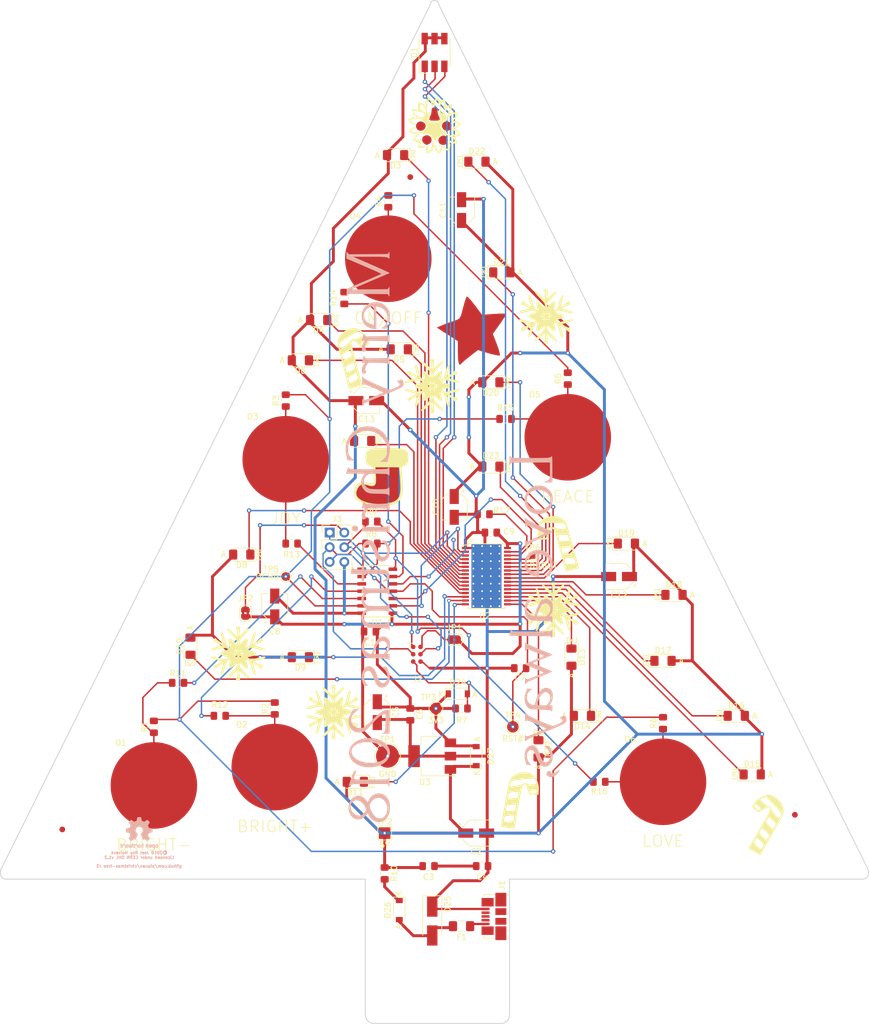
<source format=kicad_pcb>
(kicad_pcb (version 20171130) (host pcbnew 5.0.1-33cea8e~68~ubuntu14.04.1)
  (title_block (title "Christmas Tree") (rev 3) (company "Joel Ray Holveck") (comment 1 https://github.com/piquan/christmas-tree))
  (layers (0 F.Cu signal) (31 B.Cu signal) (35 F.Paste user) (36 B.SilkS user hide) (37 F.SilkS user) (38 B.Mask user hide) (39 F.Mask user) (44 Edge.Cuts user))
  (net 0 "")
  (net 1 +3V3)
  (net 2 GND)
  (net 3 +5V)
  (net 4 "Net-(D3-Pad1)")
  (net 5 "Net-(D4-Pad1)")
  (net 6 "Net-(D5-Pad1)")
  (net 7 "Net-(D6-Pad1)")
  (net 8 "Net-(D7-Pad1)")
  (net 9 "Net-(D8-Pad1)")
  (net 10 "Net-(D9-Pad1)")
  (net 11 "Net-(D10-Pad1)")
  (net 12 "Net-(D11-Pad1)")
  (net 13 "Net-(D12-Pad1)")
  (net 14 "Net-(D13-Pad1)")
  (net 15 "Net-(D14-Pad1)")
  (net 16 "Net-(D15-Pad1)")
  (net 17 "Net-(D16-Pad1)")
  (net 18 "Net-(D17-Pad1)")
  (net 19 "Net-(D18-Pad1)")
  (net 20 "Net-(D19-Pad1)")
  (net 21 "Net-(D20-Pad1)")
  (net 22 "Net-(D21-Pad1)")
  (net 23 "Net-(D22-Pad1)")
  (net 24 "Net-(D23-Pad1)")
  (net 25 "Net-(F1-Pad2)")
  (net 26 "Net-(J2-Pad2)")
  (net 27 /OCHG)
  (net 28 /O2S)
  (net 29 /O1S)
  (net 30 /O3S)
  (net 31 /O4S)
  (net 32 /BLANK)
  (net 33 /XLAT)
  (net 34 /LEDCLK)
  (net 35 /LEDDOUT)
  (net 36 /IREF)
  (net 37 /MOSI)
  (net 38 /SCK)
  (net 39 /MISO)
  (net 40 "Net-(C3-Pad2)")
  (net 41 "Net-(O3-Pad1)")
  (net 42 "Net-(O2-Pad1)")
  (net 43 "Net-(O1-Pad1)")
  (net 44 "Net-(O4-Pad1)")
  (net 45 "Net-(J1-Pad2)")
  (net 46 "Net-(J3-Pad2)")
  (net 47 "Net-(O5-Pad1)")
  (net 48 "Net-(O6-Pad1)")
  (net 49 /ISPSCK)
  (net 50 /ISPMOSI)
  (net 51 /RST#)
  (net 52 "Net-(J1-Pad6)")
  (net 53 "Net-(J1-Pad4)")
  (net 54 "Net-(J1-Pad3)")
  (net 55 "Net-(D26-Pad1)")
  (net 56 "Net-(D25-Pad2)")
  (net 57 "Net-(D1-Pad3)")
  (net 58 "Net-(D1-Pad2)")
  (net 59 "Net-(D1-Pad1)")
  (module Jumper:SolderJumper-2_P1.3mm_Bridged2Bar_RoundedPad1.0x1.5mm (layer F.Cu) (at 145.415 126.5 180)
    (fp_text reference JP1 (at 0 2.04 180) (layer F.SilkS))
    (fp_text value JCPWR)
    (pad 2 smd custom (at 0.65 0 180) (size 1 0.5) (layers F.Cu F.Mask) (net 26 "Net-(J2-Pad2)") (options (clearance outline) (anchor rect)) (primitives (gr_circle (center 0 0.25) (end 0.5 0.25) (width 0)) (gr_circle (center 0 -0.25) (end 0.5 -0.25) (width 0)) (gr_poly (pts (xy -0.5 0.75) (xy -0.5 -0.75) (xy 0 -0.75) (xy 0 0.75)) (width 0))))
    (pad 1 smd custom (at -0.65 0 180) (size 1 0.5) (layers F.Cu F.Mask) (net 1 +3V3) (options (clearance outline) (anchor rect)) (primitives (gr_circle (center 0 0.25) (end 0.5 0.25) (width 0)) (gr_circle (center 0 -0.25) (end 0.5 -0.25) (width 0)) (gr_poly (pts (xy 0.5 0.75) (xy 0.5 -0.75) (xy 0 -0.75) (xy 0 0.75)) (width 0)) (gr_poly (pts (xy 0.4 0.2) (xy 0.9 0.2) (xy 0.9 0.6) (xy 0.4 0.6)) (width 0)) (gr_poly (pts (xy 0.4 -0.6) (xy 0.9 -0.6) (xy 0.9 -0.2) (xy 0.4 -0.2)) (width 0))))
  )
  (module Jumper:SolderJumper-2_P1.3mm_Bridged2Bar_RoundedPad1.0x1.5mm (layer F.Cu) (at 109.22 121.92 90)
    (fp_text reference JP2 (at 2.54 0 180) (layer F.SilkS))
    (fp_text value ISPPWR)
    (pad 1 smd custom (at -0.65 0 90) (size 1 0.5) (layers F.Cu F.Mask) (net 1 +3V3) (options (clearance outline) (anchor rect)) (primitives (gr_circle (center 0 0.25) (end 0.5 0.25) (width 0)) (gr_circle (center 0 -0.25) (end 0.5 -0.25) (width 0)) (gr_poly (pts (xy 0.5 0.75) (xy 0.5 -0.75) (xy 0 -0.75) (xy 0 0.75)) (width 0)) (gr_poly (pts (xy 0.4 0.2) (xy 0.9 0.2) (xy 0.9 0.6) (xy 0.4 0.6)) (width 0)) (gr_poly (pts (xy 0.4 -0.6) (xy 0.9 -0.6) (xy 0.9 -0.2) (xy 0.4 -0.2)) (width 0))))
    (pad 2 smd custom (at 0.65 0 90) (size 1 0.5) (layers F.Cu F.Mask) (net 46 "Net-(J3-Pad2)") (options (clearance outline) (anchor rect)) (primitives (gr_circle (center 0 0.25) (end 0.5 0.25) (width 0)) (gr_circle (center 0 -0.25) (end 0.5 -0.25) (width 0)) (gr_poly (pts (xy -0.5 0.75) (xy -0.5 -0.75) (xy 0 -0.75) (xy 0 0.75)) (width 0))))
  )
  (module TestPoint:TestPoint_Pad_D1.5mm (layer F.Cu) (at 116.205 115.57)
    (fp_text reference TP5 (at -2.54 -1.27) (layer F.SilkS))
    (fp_text value OCHG (at -3.175 0) (layer F.SilkS))
    (pad 1 smd circle (at 0 0) (size 1.5 1.5) (layers F.Cu F.Mask) (net 27 /OCHG))
  )
  (module christmas-tree:merry-christmas (layer B.Cu) (at 153.67 108.585 270)
    (fp_text reference LOGO1 hide)
    (fp_text value Logo_Merry_Christmas hide)
  )
  (module christmas-tree:love-always (layer B.Cu) (at 147.955 107.315 270)
    (fp_text reference LOGO2 hide)
    (fp_text value Logo_Merry_Christmas hide)
  )
  (module LED_SMD:LED_RGB_5050-6 (layer F.Cu) (at 142 24.765 90)
    (fp_text reference D1 (at 0 -3.5 270) (layer F.SilkS))
    (fp_text value LED_RGB)
    (pad 1 smd rect (at -2.4 -1.7 180) (size 1.1 2) (layers F.Cu F.Paste F.Mask) (net 59 "Net-(D1-Pad1)"))
    (pad 2 smd rect (at -2.4 0 180) (size 1.1 2) (layers F.Cu F.Paste F.Mask) (net 58 "Net-(D1-Pad2)"))
    (pad 3 smd rect (at -2.4 1.7 180) (size 1.1 2) (layers F.Cu F.Paste F.Mask) (net 57 "Net-(D1-Pad3)"))
    (pad 4 smd rect (at 2.4 1.7 180) (size 1.1 2) (layers F.Cu F.Paste F.Mask) (net 3 +5V))
    (pad 5 smd rect (at 2.4 0 180) (size 1.1 2) (layers F.Cu F.Paste F.Mask) (net 3 +5V))
    (pad 6 smd rect (at 2.4 -1.7 180) (size 1.1 2) (layers F.Cu F.Paste F.Mask) (net 3 +5V))
  )
  (module christmas-tree:D_SOD-123_AK (layer F.Cu) (at 146.05 135.89)
    (fp_text reference D24 (at 0 -2) (layer F.SilkS))
    (fp_text value MBR0520L)
    (fp_text user A (at 2.921 0.127) (layer F.SilkS))
    (fp_text user K (at -2.921 0.127) (layer F.SilkS))
    (pad 1 smd rect (at -1.65 0) (size 0.9 1.2) (layers F.Cu F.Paste F.Mask) (net 1 +3V3))
    (pad 2 smd rect (at 1.65 0) (size 0.9 1.2) (layers F.Cu F.Paste F.Mask) (net 51 /RST#))
  )
  (module christmas-tree:TestPoint_Pad_D15.0mm (layer F.Cu) (at 165.1 91.44)
    (fp_text reference O5 (at -5.715 -7.366) (layer F.SilkS))
    (fp_text value PEACE)
    (fp_text user %V (at 0 10.287) (layer F.SilkS) (effects (font (size 2 2))))
    (pad 1 smd circle (at 0 0) (size 15 15) (layers F.Cu F.Mask) (net 47 "Net-(O5-Pad1)"))
  )
  (module Package_SO:SOIC-14_3.9x8.7mm_P1.27mm (layer F.Cu) (at 132.08 118.11 180)
    (fp_text reference U1 (at 0 -5.375 180) (layer F.SilkS))
    (fp_text value ATtiny84A-20SSU)
    (pad 14 smd rect (at 2.7 -3.81 180) (size 1.5 0.6) (layers F.Cu F.Paste F.Mask) (net 2 GND))
    (pad 13 smd rect (at 2.7 -2.54 180) (size 1.5 0.6) (layers F.Cu F.Paste F.Mask) (net 27 /OCHG))
    (pad 12 smd rect (at 2.7 -1.27 180) (size 1.5 0.6) (layers F.Cu F.Paste F.Mask) (net 29 /O1S))
    (pad 11 smd rect (at 2.7 0 180) (size 1.5 0.6) (layers F.Cu F.Paste F.Mask) (net 28 /O2S))
    (pad 10 smd rect (at 2.7 1.27 180) (size 1.5 0.6) (layers F.Cu F.Paste F.Mask) (net 30 /O3S))
    (pad 9 smd rect (at 2.7 2.54 180) (size 1.5 0.6) (layers F.Cu F.Paste F.Mask) (net 38 /SCK))
    (pad 8 smd rect (at 2.7 3.81 180) (size 1.5 0.6) (layers F.Cu F.Paste F.Mask) (net 39 /MISO))
    (pad 7 smd rect (at -2.7 3.81 180) (size 1.5 0.6) (layers F.Cu F.Paste F.Mask) (net 37 /MOSI))
    (pad 6 smd rect (at -2.7 2.54 180) (size 1.5 0.6) (layers F.Cu F.Paste F.Mask) (net 31 /O4S))
    (pad 5 smd rect (at -2.7 1.27 180) (size 1.5 0.6) (layers F.Cu F.Paste F.Mask) (net 34 /LEDCLK))
    (pad 4 smd rect (at -2.7 0 180) (size 1.5 0.6) (layers F.Cu F.Paste F.Mask) (net 51 /RST#))
    (pad 3 smd rect (at -2.7 -1.27 180) (size 1.5 0.6) (layers F.Cu F.Paste F.Mask) (net 33 /XLAT))
    (pad 2 smd rect (at -2.7 -2.54 180) (size 1.5 0.6) (layers F.Cu F.Paste F.Mask) (net 32 /BLANK))
    (pad 1 smd rect (at -2.7 -3.81 180) (size 1.5 0.6) (layers F.Cu F.Paste F.Mask) (net 1 +3V3))
  )
  (module Resistor_SMD:R_0805_2012Metric_Pad1.15x1.40mm_HandSolder (layer F.Cu) (at 131.055 106.045)
    (fp_text reference R9 (at 0 -1.65) (layer F.SilkS))
    (fp_text value 100)
    (pad 2 smd roundrect (at 1.025 0) (size 1.15 1.4) (layers F.Cu F.Paste F.Mask) (roundrect_rratio 0.217391) (net 37 /MOSI))
    (pad 1 smd roundrect (at -1.025 0) (size 1.15 1.4) (layers F.Cu F.Paste F.Mask) (roundrect_rratio 0.217391) (net 50 /ISPMOSI))
  )
  (module Resistor_SMD:R_0805_2012Metric_Pad1.15x1.40mm_HandSolder (layer F.Cu) (at 131.055 109.855)
    (fp_text reference R8 (at 0 -1.65) (layer F.SilkS))
    (fp_text value 100)
    (pad 1 smd roundrect (at -1.025 0) (size 1.15 1.4) (layers F.Cu F.Paste F.Mask) (roundrect_rratio 0.217391) (net 49 /ISPSCK))
    (pad 2 smd roundrect (at 1.025 0) (size 1.15 1.4) (layers F.Cu F.Paste F.Mask) (roundrect_rratio 0.217391) (net 38 /SCK))
  )
  (module Connector_PinHeader_2.54mm:PinHeader_2x03_P2.54mm_Vertical (layer F.Cu) (at 123.825 107.95)
    (fp_text reference J3 (at 1.27 -2.33) (layer F.SilkS))
    (fp_text value AVR-ISP-6)
    (pad 1 thru_hole rect (at 0 0) (size 1.7 1.7) (drill 1) (layers *.Cu *.Mask) (net 39 /MISO))
    (pad 2 thru_hole oval (at 2.54 0) (size 1.7 1.7) (drill 1) (layers *.Cu *.Mask) (net 46 "Net-(J3-Pad2)"))
    (pad 3 thru_hole oval (at 0 2.54) (size 1.7 1.7) (drill 1) (layers *.Cu *.Mask) (net 49 /ISPSCK))
    (pad 4 thru_hole oval (at 2.54 2.54) (size 1.7 1.7) (drill 1) (layers *.Cu *.Mask) (net 50 /ISPMOSI))
    (pad 5 thru_hole oval (at 0 5.08) (size 1.7 1.7) (drill 1) (layers *.Cu *.Mask) (net 51 /RST#))
    (pad 6 thru_hole oval (at 2.54 5.08) (size 1.7 1.7) (drill 1) (layers *.Cu *.Mask) (net 2 GND))
  )
  (module christmas-tree:candy-cane (layer F.Cu) (at 198.755 158.115 330)
    (fp_text reference DORN5 hide)
    (fp_text value SYM_Arrow45_Tiny hide)
  )
  (module TestPoint:TestPoint_Pad_1.0x1.0mm (layer F.Cu) (at 159 112)
    (fp_text reference TP6 (at 0 -1.448) (layer F.SilkS))
    (fp_text value LEDDOUT (at 1.02 1.665) (layer F.SilkS))
    (pad 1 smd rect (at 0 0) (size 1 1) (layers F.Cu F.Mask) (net 35 /LEDDOUT))
  )
  (module TestPoint:TestPoint_Pad_2.0x2.0mm (layer F.Cu) (at 133.35 160.02)
    (fp_text reference TP2 (at 0 -1.998) (layer F.SilkS))
    (fp_text value 5V (at 0 2.05) (layer F.SilkS))
    (pad 1 smd rect (at 0 0) (size 2 2) (layers F.Cu F.Mask) (net 3 +5V))
  )
  (module TestPoint:TestPoint_Pad_D2.0mm (layer F.Cu) (at 142.24 138.43)
    (fp_text reference TP3 (at -1.27 -1.905) (layer F.SilkS))
    (fp_text value 3V3 (at 0 2.05) (layer F.SilkS))
    (pad 1 smd circle (at 0 0) (size 2 2) (layers F.Cu F.Mask) (net 1 +3V3))
  )
  (module TestPoint:TestPoint_Pad_D2.0mm (layer F.Cu) (at 155.575 141.605)
    (fp_text reference TP4 (at 0 -1.998) (layer F.SilkS))
    (fp_text value RST# (at 0 2.05) (layer F.SilkS))
    (pad 1 smd circle (at 0 0) (size 2 2) (layers F.Cu F.Mask) (net 51 /RST#))
  )
  (module TestPoint:TestPoint_Pad_D4.0mm (layer F.Cu) (at 133.858 146.685)
    (fp_text reference TP1 (at 0 -2.898) (layer F.SilkS))
    (fp_text value GND (at 0 3.1) (layer F.SilkS))
    (pad 1 smd circle (at 0 0) (size 4 4) (layers F.Cu F.Mask) (net 2 GND))
  )
  (module christmas-tree:candy-cane-mirror (layer F.Cu) (at 128.27 77.47 15)
    (fp_text reference DORN4 hide)
    (fp_text value SYM_Arrow45_Tiny hide)
  )
  (module christmas-tree:candy-cane-mirror (layer F.Cu) (at 156.845 154.305 350)
    (fp_text reference DORN6 hide)
    (fp_text value SYM_Arrow45_Tiny hide)
  )
  (module christmas-tree:wreath (layer F.Cu) (at 142 37.465)
    (fp_text reference DORN13 hide)
    (fp_text value SYM_Arrow45_Tiny hide)
    (fp_poly (pts (xy 0.191743 -3.138469) (xy 0.396661 -3.051528) (xy 0.490163 -2.874452) (xy 0.514551 -2.526005) (xy 0.514612 -2.518422) (xy 0.560759 -2.115686) (xy 0.670326 -1.787671) (xy 0.70607 -1.73063) (xy 0.857424 -1.40907) (xy 0.893467 -1.188167) (xy 0.877036 -1.034028) (xy 0.790786 -0.945789) (xy 0.579282 -0.905166) (xy 0.187087 -0.893874) (xy 0 -0.893467) (xy -0.467318 -0.898887) (xy -0.73484 -0.927335) (xy -0.858 -0.997098) (xy -0.892235 -1.126459) (xy -0.893467 -1.188167) (xy -0.816237 -1.528293) (xy -0.706069 -1.73063) (xy -0.586003 -2.013594) (xy -0.519187 -2.410949) (xy -0.514612 -2.52486) (xy -0.462021 -2.944329) (xy -0.291255 -3.151004) (xy 0.029095 -3.17217) (xy 0.191743 -3.138469)) (layer F.Cu) (width 0.01))
    (fp_poly (pts (xy 2.541243 -0.660609) (xy 2.831412 -0.36433) (xy 2.93567 0.093939) (xy 2.935679 0.098542) (xy 2.831182 0.500545) (xy 2.562465 0.768689) (xy 2.19669 0.87695) (xy 1.801019 0.799308) (xy 1.555726 0.633219) (xy 1.323215 0.274618) (xy 1.297403 -0.112977) (xy 1.451799 -0.460642) (xy 1.759908 -0.699453) (xy 2.093486 -0.765829) (xy 2.541243 -0.660609)) (layer F.Cu) (width 0.01))
    (fp_poly (pts (xy -2.008103 -0.660311) (xy -1.692114 -0.392427) (xy -1.536552 -0.035182) (xy -1.531658 0.039752) (xy -1.638431 0.427135) (xy -1.91049 0.711024) (xy -2.275446 0.861617) (xy -2.660909 0.849116) (xy -2.99449 0.643721) (xy -2.99567 0.64242) (xy -3.193996 0.266474) (xy -3.190482 -0.131477) (xy -3.014593 -0.481146) (xy -2.695791 -0.712245) (xy -2.405343 -0.765829) (xy -2.008103 -0.660311)) (layer F.Cu) (width 0.01))
    (fp_poly (pts (xy 1.712164 1.699342) (xy 2.013811 1.857991) (xy 2.227506 2.145505) (xy 2.300073 2.538945) (xy 2.224159 2.926823) (xy 2.096913 3.118019) (xy 1.769718 3.291172) (xy 1.366778 3.311216) (xy 0.999582 3.185503) (xy 0.836886 3.034916) (xy 0.655052 2.607229) (xy 0.722908 2.214842) (xy 0.9745 1.923837) (xy 1.362102 1.699015) (xy 1.712164 1.699342)) (layer F.Cu) (width 0.01))
    (fp_poly (pts (xy -0.803607 1.82476) (xy -0.569105 2.125717) (xy -0.512507 2.412999) (xy -0.573736 2.799601) (xy -0.794032 3.059109) (xy -0.980805 3.171847) (xy -1.272022 3.295366) (xy -1.500114 3.275359) (xy -1.779681 3.095996) (xy -1.833541 3.054053) (xy -2.102379 2.70998) (xy -2.161049 2.314526) (xy -2.004073 1.944764) (xy -1.918802 1.854581) (xy -1.55005 1.660763) (xy -1.154454 1.660299) (xy -0.803607 1.82476)) (layer F.Cu) (width 0.01))
  )
  (module Symbol:OSHW-Logo2_7.3x6mm_SilkScreen (layer B.Cu) (at 90.805 160.02 180)
    (fp_text reference DORN12 hide)
    (fp_text value SYM_Arrow45_Tiny hide)
  )
  (module christmas-tree:snowflake (layer F.Cu) (at 141.605 82.55)
    (fp_text reference DORN7 hide)
    (fp_text value SYM_Arrow45_Tiny hide)
  )
  (module christmas-tree:snowflake (layer F.Cu) (at 107.95 128.905)
    (fp_text reference DORN8 hide)
    (fp_text value SYM_Arrow45_Tiny hide)
  )
  (module christmas-tree:snowflake (layer F.Cu) (at 161.29 70.485)
    (fp_text reference DORN9 hide)
    (fp_text value SYM_Arrow45_Tiny hide)
  )
  (module christmas-tree:snowflake (layer F.Cu) (at 162.56 121.285)
    (fp_text reference DORN10 hide)
    (fp_text value SYM_Arrow45_Tiny hide)
  )
  (module christmas-tree:snowflake (layer F.Cu) (at 124.46 139.065)
    (fp_text reference DORN11 hide)
    (fp_text value SYM_Arrow45_Tiny hide)
  )
  (module christmas-tree:candy-cane (layer F.Cu) (at 163.195 109.855 15)
    (fp_text reference DORN3 hide)
    (fp_text value SYM_Arrow45_Tiny hide)
  )
  (module christmas-tree:stocking (layer F.Cu) (at 132.715 98.425)
    (fp_text reference DORN2 hide)
    (fp_text value SYM_Arrow45_Tiny hide)
    (fp_poly (pts (xy 3.558128 0.03191) (xy 3.62344 1.05905) (xy 3.649054 1.86989) (xy 3.629219 2.501137) (xy 3.558184 2.989502) (xy 3.430197 3.371692) (xy 3.239508 3.684416) (xy 2.980363 3.964383) (xy 2.935545 4.005539) (xy 2.540475 4.303362) (xy 2.115527 4.538084) (xy 1.955517 4.599279) (xy 1.486997 4.693448) (xy 0.839946 4.758828) (xy 0.089616 4.794204) (xy -0.688742 4.798361) (xy -1.419875 4.770084) (xy -2.028533 4.708159) (xy -2.250445 4.667185) (xy -2.963244 4.471465) (xy -3.497914 4.232806) (xy -3.931593 3.910411) (xy -4.193113 3.639767) (xy -4.490325 3.21002) (xy -4.593651 2.787772) (xy -4.594975 2.72716) (xy -4.489738 2.112759) (xy -4.208118 1.534436) (xy -3.846496 1.134996) (xy -3.704871 1.028724) (xy -3.567684 0.960119) (xy -3.388214 0.928302) (xy -3.119742 0.932397) (xy -2.715547 0.971523) (xy -2.128909 1.044803) (xy -1.741517 1.095425) (xy -1.121727 1.176597) (xy -1.167145 -0.426303) (xy -1.183616 -1.091483) (xy -1.184896 -1.544828) (xy -1.165552 -1.829593) (xy -1.120154 -1.989033) (xy -1.043272 -2.066403) (xy -0.957286 -2.097783) (xy -0.746256 -2.121308) (xy -0.329961 -2.141579) (xy 0.241593 -2.157071) (xy 0.918401 -2.166259) (xy 1.3482 -2.168106) (xy 3.398411 -2.169849) (xy 3.558128 0.03191)) (layer F.Cu) (width 0.01))
  )
  (module Resistor_SMD:R_0805_2012Metric_Pad1.15x1.40mm_HandSolder (layer F.Cu) (at 104.775 139.7 180)
    (fp_text reference R12 (at 0 1.905 180) (layer F.SilkS))
    (fp_text value 50)
    (pad 2 smd roundrect (at 1.025 0 180) (size 1.15 1.4) (layers F.Cu F.Paste F.Mask) (roundrect_rratio 0.217391) (net 28 /O2S))
    (pad 1 smd roundrect (at -1.025 0 180) (size 1.15 1.4) (layers F.Cu F.Paste F.Mask) (roundrect_rratio 0.217391) (net 42 "Net-(O2-Pad1)"))
  )
  (module Resistor_SMD:R_0805_2012Metric_Pad1.15x1.40mm_HandSolder (layer F.Cu) (at 126.365 67.31 270)
    (fp_text reference R14 (at 0 1.905 270) (layer F.SilkS))
    (fp_text value 50)
    (pad 1 smd roundrect (at -1.025 0 270) (size 1.15 1.4) (layers F.Cu F.Paste F.Mask) (roundrect_rratio 0.217391) (net 44 "Net-(O4-Pad1)"))
    (pad 2 smd roundrect (at 1.025 0 270) (size 1.15 1.4) (layers F.Cu F.Paste F.Mask) (roundrect_rratio 0.217391) (net 31 /O4S))
  )
  (module Resistor_SMD:R_0805_2012Metric_Pad1.15x1.40mm_HandSolder (layer F.Cu) (at 154.305 88.265 180)
    (fp_text reference R15 (at 0 1.905 180) (layer F.SilkS))
    (fp_text value 50)
    (pad 2 smd roundrect (at 1.025 0 180) (size 1.15 1.4) (layers F.Cu F.Paste F.Mask) (roundrect_rratio 0.217391) (net 38 /SCK))
    (pad 1 smd roundrect (at -1.025 0 180) (size 1.15 1.4) (layers F.Cu F.Paste F.Mask) (roundrect_rratio 0.217391) (net 47 "Net-(O5-Pad1)"))
  )
  (module Resistor_SMD:R_0805_2012Metric_Pad1.15x1.40mm_HandSolder (layer F.Cu) (at 170.57 151.13 180)
    (fp_text reference R16 (at 0 -1.65 180) (layer F.SilkS))
    (fp_text value 50)
    (pad 1 smd roundrect (at -1.025 0 180) (size 1.15 1.4) (layers F.Cu F.Paste F.Mask) (roundrect_rratio 0.217391) (net 48 "Net-(O6-Pad1)"))
    (pad 2 smd roundrect (at 1.025 0 180) (size 1.15 1.4) (layers F.Cu F.Paste F.Mask) (roundrect_rratio 0.217391) (net 37 /MOSI))
  )
  (module Resistor_SMD:R_0805_2012Metric_Pad1.15x1.40mm_HandSolder (layer F.Cu) (at 97.545 133.985)
    (fp_text reference R11 (at 0 -1.65) (layer F.SilkS))
    (fp_text value 50)
    (pad 2 smd roundrect (at 1.025 0) (size 1.15 1.4) (layers F.Cu F.Paste F.Mask) (roundrect_rratio 0.217391) (net 29 /O1S))
    (pad 1 smd roundrect (at -1.025 0) (size 1.15 1.4) (layers F.Cu F.Paste F.Mask) (roundrect_rratio 0.217391) (net 43 "Net-(O1-Pad1)"))
  )
  (module Resistor_SMD:R_0805_2012Metric_Pad1.15x1.40mm_HandSolder (layer F.Cu) (at 117.23 109.855)
    (fp_text reference R13 (at 0 1.905) (layer F.SilkS))
    (fp_text value 50)
    (pad 1 smd roundrect (at -1.025 0) (size 1.15 1.4) (layers F.Cu F.Paste F.Mask) (roundrect_rratio 0.217391) (net 41 "Net-(O3-Pad1)"))
    (pad 2 smd roundrect (at 1.025 0) (size 1.15 1.4) (layers F.Cu F.Paste F.Mask) (roundrect_rratio 0.217391) (net 30 /O3S))
  )
  (module Resistor_SMD:R_0805_2012Metric_Pad1.15x1.40mm_HandSolder (layer F.Cu) (at 133.35 167.005 270)
    (fp_text reference R10 (at 0 -1.65 270) (layer F.SilkS))
    (fp_text value 0)
    (pad 1 smd roundrect (at -1.025 0 270) (size 1.15 1.4) (layers F.Cu F.Paste F.Mask) (roundrect_rratio 0.217391) (net 3 +5V))
    (pad 2 smd roundrect (at 1.025 0 270) (size 1.15 1.4) (layers F.Cu F.Paste F.Mask) (roundrect_rratio 0.217391) (net 55 "Net-(D26-Pad1)"))
  )
  (module christmas-tree:D_SOD-123_AK (layer F.Cu) (at 149.225 146.685 90)
    (fp_text reference D27 (at 0 2.54 90) (layer F.SilkS))
    (fp_text value DNP)
    (fp_text user A (at 2.921 0.127 90) (layer F.SilkS))
    (fp_text user K (at -2.921 0.127 90) (layer F.SilkS))
    (pad 1 smd rect (at -1.65 0 90) (size 0.9 1.2) (layers F.Cu F.Paste F.Mask) (net 3 +5V))
    (pad 2 smd rect (at 1.65 0 90) (size 0.9 1.2) (layers F.Cu F.Paste F.Mask) (net 1 +3V3))
  )
  (module Resistor_SMD:R_0805_2012Metric_Pad1.15x1.40mm_HandSolder (layer F.Cu) (at 146.685 138.43)
    (fp_text reference R7 (at 0.009 2.032) (layer F.SilkS))
    (fp_text value 10K)
    (pad 2 smd roundrect (at 1.025 0) (size 1.15 1.4) (layers F.Cu F.Paste F.Mask) (roundrect_rratio 0.217391) (net 51 /RST#))
    (pad 1 smd roundrect (at -1.025 0) (size 1.15 1.4) (layers F.Cu F.Paste F.Mask) (roundrect_rratio 0.217391) (net 1 +3V3))
  )
  (module christmas-tree:star (layer F.Cu) (at 148.336 72.771)
    (fp_text reference DORN1 hide)
    (fp_text value SYM_Arrow45_Tiny hide)
    (fp_poly (pts (xy -0.523157 -5.588072) (xy -0.08655 -5.127747) (xy 0.481334 -4.433126) (xy 0.668428 -4.187849) (xy 1.905 -2.540887) (xy 4.0005 -2.702374) (xy 4.95838 -2.756166) (xy 5.686312 -2.758917) (xy 6.066715 -2.711662) (xy 6.096 -2.683946) (xy 5.958042 -2.405962) (xy 5.592182 -1.83001) (xy 5.070439 -1.068134) (xy 4.930607 -0.87088) (xy 3.765214 0.762271) (xy 4.463357 2.541719) (xy 4.777778 3.415533) (xy 4.970989 4.099423) (xy 5.007889 4.465237) (xy 4.996047 4.486619) (xy 4.690294 4.498241) (xy 4.034101 4.377235) (xy 3.159807 4.149049) (xy 3.009531 4.104597) (xy 1.188468 3.557123) (xy -0.175603 4.609496) (xy -0.885556 5.172992) (xy -1.425114 5.630557) (xy -1.673827 5.878934) (xy -1.941435 6.120013) (xy -2.135113 5.869113) (xy -2.251111 5.137384) (xy -2.286 4.058876) (xy -2.286 2.021752) (xy -4.114189 0.839103) (xy -5.942377 -0.343547) (xy -4.874435 -0.797103) (xy -3.950327 -1.160496) (xy -3.014054 -1.486191) (xy -2.836391 -1.541309) (xy -2.339598 -1.712981) (xy -2.014854 -1.942809) (xy -1.783061 -2.350561) (xy -1.56512 -3.056004) (xy -1.39531 -3.723317) (xy -1.149049 -4.638549) (xy -0.925261 -5.342205) (xy -0.765887 -5.704961) (xy -0.746235 -5.724744) (xy -0.523157 -5.588072)) (layer F.Cu) (width 0.01))
  )
  (module Diode_SMD:D_SMA_Handsoldering (layer F.Cu) (at 141.605 175.26 270)
    (fp_text reference D25 (at -2.921 -2.667 270) (layer F.SilkS))
    (fp_text value SMAJ7.0CA)
    (pad 2 smd rect (at 2.5 0 270) (size 3.5 1.8) (layers F.Cu F.Paste F.Mask) (net 56 "Net-(D25-Pad2)"))
    (pad 1 smd rect (at -2.5 0 270) (size 3.5 1.8) (layers F.Cu F.Paste F.Mask) (net 2 GND))
  )
  (module Package_SO:HTSSOP-32-1EP_6.1x11mm_P0.65mm_EP5.2x11mm_Mask4.11x4.36mm_ThermalVias (layer F.Cu) (at 151 115.5)
    (fp_text reference U2 (at -0.254 6.858) (layer F.SilkS))
    (fp_text value TLC5947DAP)
    (pad 33 smd rect (at 0 0) (size 5.2 11) (layers B.Cu) (net 2 GND))
    (pad 33 thru_hole circle (at 0.75 5.2) (size 0.6 0.6) (drill 0.3) (layers *.Cu) (net 2 GND))
    (pad 33 thru_hole circle (at 2.25 5.2) (size 0.6 0.6) (drill 0.3) (layers *.Cu) (net 2 GND))
    (pad 33 thru_hole circle (at -2.25 5.2) (size 0.6 0.6) (drill 0.3) (layers *.Cu) (net 2 GND))
    (pad 33 thru_hole circle (at -0.75 5.2) (size 0.6 0.6) (drill 0.3) (layers *.Cu) (net 2 GND))
    (pad 33 thru_hole circle (at 0.75 3.9) (size 0.6 0.6) (drill 0.3) (layers *.Cu) (net 2 GND))
    (pad 33 thru_hole circle (at 0.75 2.6) (size 0.6 0.6) (drill 0.3) (layers *.Cu) (net 2 GND))
    (pad 33 thru_hole circle (at -0.75 2.6) (size 0.6 0.6) (drill 0.3) (layers *.Cu) (net 2 GND))
    (pad 33 thru_hole circle (at -2.25 2.6) (size 0.6 0.6) (drill 0.3) (layers *.Cu) (net 2 GND))
    (pad 33 thru_hole circle (at -0.75 3.9) (size 0.6 0.6) (drill 0.3) (layers *.Cu) (net 2 GND))
    (pad 33 thru_hole circle (at 2.25 3.9) (size 0.6 0.6) (drill 0.3) (layers *.Cu) (net 2 GND))
    (pad 33 thru_hole circle (at -2.25 3.9) (size 0.6 0.6) (drill 0.3) (layers *.Cu) (net 2 GND))
    (pad 33 thru_hole circle (at 2.25 2.6) (size 0.6 0.6) (drill 0.3) (layers *.Cu) (net 2 GND))
    (pad 33 thru_hole circle (at 0.75 1.3) (size 0.6 0.6) (drill 0.3) (layers *.Cu) (net 2 GND))
    (pad 33 thru_hole circle (at 0.75 0) (size 0.6 0.6) (drill 0.3) (layers *.Cu) (net 2 GND))
    (pad 33 thru_hole circle (at -0.75 0) (size 0.6 0.6) (drill 0.3) (layers *.Cu) (net 2 GND))
    (pad 33 thru_hole circle (at -2.25 0) (size 0.6 0.6) (drill 0.3) (layers *.Cu) (net 2 GND))
    (pad 33 thru_hole circle (at -0.75 1.3) (size 0.6 0.6) (drill 0.3) (layers *.Cu) (net 2 GND))
    (pad 33 thru_hole circle (at 2.25 1.3) (size 0.6 0.6) (drill 0.3) (layers *.Cu) (net 2 GND))
    (pad 33 thru_hole circle (at -2.25 1.3) (size 0.6 0.6) (drill 0.3) (layers *.Cu) (net 2 GND))
    (pad 33 thru_hole circle (at 2.25 0) (size 0.6 0.6) (drill 0.3) (layers *.Cu) (net 2 GND))
    (pad 33 thru_hole circle (at 0.75 -1.3) (size 0.6 0.6) (drill 0.3) (layers *.Cu) (net 2 GND))
    (pad 33 thru_hole circle (at 0.75 -2.6) (size 0.6 0.6) (drill 0.3) (layers *.Cu) (net 2 GND))
    (pad 33 thru_hole circle (at -0.75 -2.6) (size 0.6 0.6) (drill 0.3) (layers *.Cu) (net 2 GND))
    (pad 33 thru_hole circle (at -2.25 -2.6) (size 0.6 0.6) (drill 0.3) (layers *.Cu) (net 2 GND))
    (pad 33 thru_hole circle (at -0.75 -1.3) (size 0.6 0.6) (drill 0.3) (layers *.Cu) (net 2 GND))
    (pad 33 thru_hole circle (at 2.25 -1.3) (size 0.6 0.6) (drill 0.3) (layers *.Cu) (net 2 GND))
    (pad 33 thru_hole circle (at -2.25 -1.3) (size 0.6 0.6) (drill 0.3) (layers *.Cu) (net 2 GND))
    (pad 33 thru_hole circle (at 2.25 -2.6) (size 0.6 0.6) (drill 0.3) (layers *.Cu) (net 2 GND))
    (pad 33 thru_hole circle (at 2.25 -3.9) (size 0.6 0.6) (drill 0.3) (layers *.Cu) (net 2 GND))
    (pad 33 thru_hole circle (at 0.75 -3.9) (size 0.6 0.6) (drill 0.3) (layers *.Cu) (net 2 GND))
    (pad 33 thru_hole circle (at -0.75 -3.9) (size 0.6 0.6) (drill 0.3) (layers *.Cu) (net 2 GND))
    (pad 33 thru_hole circle (at -2.25 -3.9) (size 0.6 0.6) (drill 0.3) (layers *.Cu) (net 2 GND))
    (pad 33 thru_hole circle (at 2.25 -5.2) (size 0.6 0.6) (drill 0.3) (layers *.Cu) (net 2 GND))
    (pad 33 thru_hole circle (at 0.75 -5.2) (size 0.6 0.6) (drill 0.3) (layers *.Cu) (net 2 GND))
    (pad 33 thru_hole circle (at -0.75 -5.2) (size 0.6 0.6) (drill 0.3) (layers *.Cu) (net 2 GND))
    (pad 33 thru_hole circle (at -2.25 -5.2) (size 0.6 0.6) (drill 0.3) (layers *.Cu) (net 2 GND))
    (pad 33 smd rect (at 0 0) (size 5.2 11) (layers F.Cu) (net 2 GND))
    (pad 32 smd rect (at 3.65 -4.875) (size 1.2 0.4) (layers F.Cu F.Paste F.Mask) (net 1 +3V3))
    (pad 31 smd rect (at 3.65 -4.225) (size 1.2 0.4) (layers F.Cu F.Paste F.Mask) (net 36 /IREF))
    (pad 30 smd rect (at 3.65 -3.575) (size 1.2 0.4) (layers F.Cu F.Paste F.Mask) (net 33 /XLAT))
    (pad 29 smd rect (at 3.65 -2.925) (size 1.2 0.4) (layers F.Cu F.Paste F.Mask) (net 35 /LEDDOUT))
    (pad 28 smd rect (at 3.65 -2.275) (size 1.2 0.4) (layers F.Cu F.Paste F.Mask) (net 24 "Net-(D23-Pad1)"))
    (pad 27 smd rect (at 3.65 -1.625) (size 1.2 0.4) (layers F.Cu F.Paste F.Mask) (net 23 "Net-(D22-Pad1)"))
    (pad 26 smd rect (at 3.65 -0.975) (size 1.2 0.4) (layers F.Cu F.Paste F.Mask) (net 22 "Net-(D21-Pad1)"))
    (pad 25 smd rect (at 3.65 -0.325) (size 1.2 0.4) (layers F.Cu F.Paste F.Mask) (net 21 "Net-(D20-Pad1)"))
    (pad 24 smd rect (at 3.65 0.325) (size 1.2 0.4) (layers F.Cu F.Paste F.Mask) (net 20 "Net-(D19-Pad1)"))
    (pad 23 smd rect (at 3.65 0.975) (size 1.2 0.4) (layers F.Cu F.Paste F.Mask) (net 19 "Net-(D18-Pad1)"))
    (pad 22 smd rect (at 3.65 1.625) (size 1.2 0.4) (layers F.Cu F.Paste F.Mask) (net 18 "Net-(D17-Pad1)"))
    (pad 21 smd rect (at 3.65 2.275) (size 1.2 0.4) (layers F.Cu F.Paste F.Mask) (net 17 "Net-(D16-Pad1)"))
    (pad 20 smd rect (at 3.65 2.925) (size 1.2 0.4) (layers F.Cu F.Paste F.Mask) (net 16 "Net-(D15-Pad1)"))
    (pad 19 smd rect (at 3.65 3.575) (size 1.2 0.4) (layers F.Cu F.Paste F.Mask) (net 15 "Net-(D14-Pad1)"))
    (pad 18 smd rect (at 3.65 4.225) (size 1.2 0.4) (layers F.Cu F.Paste F.Mask) (net 14 "Net-(D13-Pad1)"))
    (pad 17 smd rect (at 3.65 4.875) (size 1.2 0.4) (layers F.Cu F.Paste F.Mask) (net 13 "Net-(D12-Pad1)"))
    (pad 16 smd rect (at -3.65 4.875) (size 1.2 0.4) (layers F.Cu F.Paste F.Mask) (net 12 "Net-(D11-Pad1)"))
    (pad 15 smd rect (at -3.65 4.225) (size 1.2 0.4) (layers F.Cu F.Paste F.Mask) (net 11 "Net-(D10-Pad1)"))
    (pad 14 smd rect (at -3.65 3.575) (size 1.2 0.4) (layers F.Cu F.Paste F.Mask) (net 10 "Net-(D9-Pad1)"))
    (pad 13 smd rect (at -3.65 2.925) (size 1.2 0.4) (layers F.Cu F.Paste F.Mask) (net 9 "Net-(D8-Pad1)"))
    (pad 12 smd rect (at -3.65 2.275) (size 1.2 0.4) (layers F.Cu F.Paste F.Mask) (net 8 "Net-(D7-Pad1)"))
    (pad 11 smd rect (at -3.65 1.625) (size 1.2 0.4) (layers F.Cu F.Paste F.Mask) (net 7 "Net-(D6-Pad1)"))
    (pad 10 smd rect (at -3.65 0.975) (size 1.2 0.4) (layers F.Cu F.Paste F.Mask) (net 6 "Net-(D5-Pad1)"))
    (pad 9 smd rect (at -3.65 0.325) (size 1.2 0.4) (layers F.Cu F.Paste F.Mask) (net 5 "Net-(D4-Pad1)"))
    (pad 8 smd rect (at -3.65 -0.325) (size 1.2 0.4) (layers F.Cu F.Paste F.Mask) (net 4 "Net-(D3-Pad1)"))
    (pad 7 smd rect (at -3.65 -0.975) (size 1.2 0.4) (layers F.Cu F.Paste F.Mask) (net 57 "Net-(D1-Pad3)"))
    (pad 6 smd rect (at -3.65 -1.625) (size 1.2 0.4) (layers F.Cu F.Paste F.Mask) (net 58 "Net-(D1-Pad2)"))
    (pad 5 smd rect (at -3.65 -2.275) (size 1.2 0.4) (layers F.Cu F.Paste F.Mask) (net 59 "Net-(D1-Pad1)"))
    (pad 4 smd rect (at -3.65 -2.925) (size 1.2 0.4) (layers F.Cu F.Paste F.Mask) (net 39 /MISO))
    (pad 3 smd rect (at -3.65 -3.575) (size 1.2 0.4) (layers F.Cu F.Paste F.Mask) (net 34 /LEDCLK))
    (pad 2 smd rect (at -3.65 -4.225) (size 1.2 0.4) (layers F.Cu F.Paste F.Mask) (net 32 /BLANK))
    (pad 1 smd rect (at -3.65 -4.875) (size 1.2 0.4) (layers F.Cu F.Paste F.Mask) (net 2 GND))
  )
  (module Resistor_SMD:R_0805_2012Metric_Pad1.15x1.40mm_HandSolder (layer F.Cu) (at 150.495 104.775 180)
    (fp_text reference R17 (at -3.1445 0.656 180) (layer F.SilkS))
    (fp_text value 2.7K)
    (pad 2 smd roundrect (at 1.025 0 180) (size 1.15 1.4) (layers F.Cu F.Paste F.Mask) (roundrect_rratio 0.217391) (net 2 GND))
    (pad 1 smd roundrect (at -1.025 0 180) (size 1.15 1.4) (layers F.Cu F.Paste F.Mask) (roundrect_rratio 0.217391) (net 36 /IREF))
  )
  (module Fiducial:Fiducial_1mm_Dia_2.54mm_Outer_CopperTop (layer F.Cu) (at 77.47 159.385)
    (fp_text reference FID2 hide)
    (fp_text value SYM_Arrow45_Tiny hide)
    (pad ~ smd circle (at 0 0) (size 1 1) (layers F.Cu F.Mask) (clearance 0.77))
  )
  (module Fiducial:Fiducial_1mm_Dia_2.54mm_Outer_CopperTop (layer F.Cu) (at 204.47 156.845)
    (fp_text reference FID3 hide)
    (fp_text value SYM_Arrow45_Tiny hide)
    (pad ~ smd circle (at 0 0) (size 1 1) (layers F.Cu F.Mask) (clearance 0.77))
  )
  (module Fiducial:Fiducial_1mm_Dia_2.54mm_Outer_CopperTop (layer F.Cu) (at 137.795 46.355)
    (fp_text reference FID1 hide)
    (fp_text value SYM_Arrow45_Tiny hide)
    (pad ~ smd circle (at 0 0) (size 1 1) (layers F.Cu F.Mask) (clearance 0.77))
  )
  (module christmas-tree:D_SOD-123_AK (layer F.Cu) (at 135.89 173.355 270)
    (fp_text reference D26 (at 0 2 270) (layer F.SilkS))
    (fp_text value MBR0520L)
    (fp_text user K (at -2.921 0.127 270) (layer F.SilkS))
    (fp_text user A (at 2.921 0.127 270) (layer F.SilkS))
    (pad 2 smd rect (at 1.65 0 270) (size 0.9 1.2) (layers F.Cu F.Paste F.Mask) (net 56 "Net-(D25-Pad2)"))
    (pad 1 smd rect (at -1.65 0 270) (size 0.9 1.2) (layers F.Cu F.Paste F.Mask) (net 55 "Net-(D26-Pad1)"))
  )
  (module christmas-tree:TestPoint_Pad_D15.0mm (layer F.Cu) (at 181.61 151.13)
    (fp_text reference O6 (at -5.715 -7.366) (layer F.SilkS))
    (fp_text value LOVE)
    (fp_text user %V (at 0 10.287) (layer F.SilkS) (effects (font (size 2 2))))
    (pad 1 smd circle (at 0 0) (size 15 15) (layers F.Cu F.Mask) (net 48 "Net-(O6-Pad1)"))
  )
  (module christmas-tree:TestPoint_Pad_D15.0mm (layer F.Cu) (at 133.985 60.5)
    (fp_text reference O4 (at -5.715 -7.366) (layer F.SilkS))
    (fp_text value ON/OFF)
    (fp_text user %V (at 0 10.287) (layer F.SilkS) (effects (font (size 2 2))))
    (pad 1 smd circle (at 0 0) (size 15 15) (layers F.Cu F.Mask) (net 44 "Net-(O4-Pad1)"))
  )
  (module christmas-tree:TestPoint_Pad_D15.0mm (layer F.Cu) (at 93.345 151.765)
    (fp_text reference O1 (at -5.715 -7.366) (layer F.SilkS))
    (fp_text value BRIGHT-)
    (fp_text user %V (at 0 10.287) (layer F.SilkS) (effects (font (size 2 2))))
    (pad 1 smd circle (at 0 0) (size 15 15) (layers F.Cu F.Mask) (net 43 "Net-(O1-Pad1)"))
  )
  (module christmas-tree:TestPoint_Pad_D15.0mm (layer F.Cu) (at 114.3 148.59)
    (fp_text reference O2 (at -5.715 -7.366) (layer F.SilkS))
    (fp_text value BRIGHT+)
    (fp_text user %V (at 0 10.287) (layer F.SilkS) (effects (font (size 2 2))))
    (pad 1 smd circle (at 0 0) (size 15 15) (layers F.Cu F.Mask) (net 42 "Net-(O2-Pad1)"))
  )
  (module christmas-tree:TestPoint_Pad_D15.0mm (layer F.Cu) (at 116.205 95.25)
    (fp_text reference O3 (at -5.715 -7.366) (layer F.SilkS))
    (fp_text value JOY)
    (fp_text user %V (at 0 10.287) (layer F.SilkS) (effects (font (size 2 2))))
    (pad 1 smd circle (at 0 0) (size 15 15) (layers F.Cu F.Mask) (net 41 "Net-(O3-Pad1)"))
  )
  (module christmas-tree:LED_1206_Wurth_AK (layer F.Cu) (at 153.67 62.865)
    (fp_text reference D21 (at 0 -1.82) (layer F.SilkS))
    (fp_text value LTST-C150TBKT)
    (fp_text user A (at 3.175 0) (layer F.SilkS))
    (fp_text user K (at -3.048 0) (layer F.SilkS))
    (pad 2 smd roundrect (at 1.4875 0) (size 1.425 1.75) (layers F.Cu F.Paste F.Mask) (roundrect_rratio 0.175439) (net 3 +5V))
    (pad 1 smd roundrect (at -1.4875 0) (size 1.425 1.75) (layers F.Cu F.Paste F.Mask) (roundrect_rratio 0.175439) (net 22 "Net-(D21-Pad1)"))
  )
  (module christmas-tree:LED_1206_Wurth_AK (layer F.Cu) (at 183.515 118.745)
    (fp_text reference D18 (at 0 -1.82) (layer F.SilkS))
    (fp_text value LTST-C150KGKT)
    (fp_text user A (at 3.175 0) (layer F.SilkS))
    (fp_text user K (at -3.048 0) (layer F.SilkS))
    (pad 2 smd roundrect (at 1.4875 0) (size 1.425 1.75) (layers F.Cu F.Paste F.Mask) (roundrect_rratio 0.175439) (net 3 +5V))
    (pad 1 smd roundrect (at -1.4875 0) (size 1.425 1.75) (layers F.Cu F.Paste F.Mask) (roundrect_rratio 0.175439) (net 19 "Net-(D18-Pad1)"))
  )
  (module Capacitor_SMD:C_0805_2012Metric_Pad1.15x1.40mm_HandSolder (layer F.Cu) (at 130.81 125.095)
    (fp_text reference C1 (at 0 1.905) (layer F.SilkS))
    (fp_text value 0.1uF)
    (pad 2 smd roundrect (at 1.025 0) (size 1.15 1.4) (layers F.Cu F.Paste F.Mask) (roundrect_rratio 0.217391) (net 1 +3V3))
    (pad 1 smd roundrect (at -1.025 0) (size 1.15 1.4) (layers F.Cu F.Paste F.Mask) (roundrect_rratio 0.217391) (net 2 GND))
  )
  (module Resistor_SMD:R_0805_2012Metric_Pad1.15x1.40mm_HandSolder (layer F.Cu) (at 93.345 141.605 90)
    (fp_text reference R1 (at 0 -1.65 90) (layer F.SilkS))
    (fp_text value 1M)
    (pad 2 smd roundrect (at 1.025 0 90) (size 1.15 1.4) (layers F.Cu F.Paste F.Mask) (roundrect_rratio 0.217391) (net 27 /OCHG))
    (pad 1 smd roundrect (at -1.025 0 90) (size 1.15 1.4) (layers F.Cu F.Paste F.Mask) (roundrect_rratio 0.217391) (net 43 "Net-(O1-Pad1)"))
  )
  (module Connector:Tag-Connect_TC2030-IDC-FP_2x03_P1.27mm_Vertical (layer F.Cu) (at 138.938 129.032 270)
    (fp_text reference J2 (at 4.318 -0.127) (layer F.SilkS))
    (fp_text value TC2030)
    (pad 6 connect circle (at 1.27 -0.635 270) (size 0.7874 0.7874) (layers F.Cu F.Mask) (net 2 GND))
    (pad 5 connect circle (at 1.27 0.635 270) (size 0.7874 0.7874) (layers F.Cu F.Mask) (net 51 /RST#))
    (pad 4 connect circle (at 0 -0.635 270) (size 0.7874 0.7874) (layers F.Cu F.Mask) (net 50 /ISPMOSI))
    (pad 3 connect circle (at 0 0.635 270) (size 0.7874 0.7874) (layers F.Cu F.Mask) (net 49 /ISPSCK))
    (pad 2 connect circle (at -1.27 -0.635 270) (size 0.7874 0.7874) (layers F.Cu F.Mask) (net 26 "Net-(J2-Pad2)"))
    (pad 1 connect circle (at -1.27 0.635 270) (size 0.7874 0.7874) (layers F.Cu F.Mask) (net 39 /MISO))
    (pad "" np_thru_hole circle (at -2.54 0 270) (size 0.9906 0.9906) (drill 0.9906) (layers *.Cu *.Mask))
    (pad "" np_thru_hole circle (at 2.54 1.016 270) (size 0.9906 0.9906) (drill 0.9906) (layers *.Cu *.Mask))
    (pad "" np_thru_hole circle (at 2.54 -1.016 270) (size 0.9906 0.9906) (drill 0.9906) (layers *.Cu *.Mask))
    (pad "" np_thru_hole circle (at 0.635 2.54 270) (size 2.3749 2.3749) (drill 2.3749) (layers *.Cu *.Mask))
    (pad "" np_thru_hole circle (at 0.635 -2.54 270) (size 2.3749 2.3749) (drill 2.3749) (layers *.Cu *.Mask))
    (pad "" np_thru_hole circle (at -2.54 -2.54 270) (size 2.3749 2.3749) (drill 2.3749) (layers *.Cu *.Mask))
    (pad "" np_thru_hole circle (at -2.54 2.54 270) (size 2.3749 2.3749) (drill 2.3749) (layers *.Cu *.Mask))
  )
  (module christmas-tree:LED_1206_Wurth_AK (layer F.Cu) (at 118.745 129.54 180)
    (fp_text reference D9 (at 0 -1.82 180) (layer F.SilkS))
    (fp_text value LTST-C150TBKT)
    (fp_text user A (at 3.175 0 180) (layer F.SilkS))
    (fp_text user K (at -3.048 0 180) (layer F.SilkS))
    (pad 2 smd roundrect (at 1.4875 0 180) (size 1.425 1.75) (layers F.Cu F.Paste F.Mask) (roundrect_rratio 0.175439) (net 3 +5V))
    (pad 1 smd roundrect (at -1.4875 0 180) (size 1.425 1.75) (layers F.Cu F.Paste F.Mask) (roundrect_rratio 0.175439) (net 10 "Net-(D9-Pad1)"))
  )
  (module christmas-tree:LED_1206_Wurth_AK (layer F.Cu) (at 165.735 129.54 270)
    (fp_text reference D13 (at 0 -1.82 270) (layer F.SilkS))
    (fp_text value LTST-C150TBKT)
    (fp_text user A (at 3.175 0 270) (layer F.SilkS))
    (fp_text user K (at -3.048 0 270) (layer F.SilkS))
    (pad 2 smd roundrect (at 1.4875 0 270) (size 1.425 1.75) (layers F.Cu F.Paste F.Mask) (roundrect_rratio 0.175439) (net 3 +5V))
    (pad 1 smd roundrect (at -1.4875 0 270) (size 1.425 1.75) (layers F.Cu F.Paste F.Mask) (roundrect_rratio 0.175439) (net 14 "Net-(D13-Pad1)"))
  )
  (module christmas-tree:LED_1206_Wurth_AK (layer F.Cu) (at 129.54 92.075 180)
    (fp_text reference D7 (at 0 1.905 180) (layer F.SilkS))
    (fp_text value LTST-C150KRKT)
    (fp_text user A (at 3.175 0 180) (layer F.SilkS))
    (fp_text user K (at -3.048 0 180) (layer F.SilkS))
    (pad 2 smd roundrect (at 1.4875 0 180) (size 1.425 1.75) (layers F.Cu F.Paste F.Mask) (roundrect_rratio 0.175439) (net 3 +5V))
    (pad 1 smd roundrect (at -1.4875 0 180) (size 1.425 1.75) (layers F.Cu F.Paste F.Mask) (roundrect_rratio 0.175439) (net 8 "Net-(D7-Pad1)"))
  )
  (module Capacitor_SMD:C_0805_2012Metric_Pad1.15x1.40mm_HandSolder (layer F.Cu) (at 151.765 107.95)
    (fp_text reference C9 (at 3.1445 -0.204) (layer F.SilkS))
    (fp_text value 0.1uF)
    (pad 2 smd roundrect (at 1.025 0) (size 1.15 1.4) (layers F.Cu F.Paste F.Mask) (roundrect_rratio 0.217391) (net 1 +3V3))
    (pad 1 smd roundrect (at -1.025 0) (size 1.15 1.4) (layers F.Cu F.Paste F.Mask) (roundrect_rratio 0.217391) (net 2 GND))
  )
  (module Capacitor_SMD:CP_Elec_4x5.4 (layer F.Cu) (at 149.225 160.02)
    (fp_text reference C2 (at 0 3.175) (layer F.SilkS))
    (fp_text value 3.3uF)
    (pad 2 smd rect (at 1.8 0) (size 2.6 1.6) (layers F.Cu F.Paste F.Mask) (net 2 GND))
    (pad 1 smd rect (at -1.8 0) (size 2.6 1.6) (layers F.Cu F.Paste F.Mask) (net 3 +5V))
  )
  (module Capacitor_SMD:CP_Elec_4x5.4 (layer F.Cu) (at 132.08 139.065 270)
    (fp_text reference C5 (at 0 -3.2 270) (layer F.SilkS))
    (fp_text value 3.3uF)
    (pad 2 smd rect (at 1.8 0 270) (size 2.6 1.6) (layers F.Cu F.Paste F.Mask) (net 2 GND))
    (pad 1 smd rect (at -1.8 0 270) (size 2.6 1.6) (layers F.Cu F.Paste F.Mask) (net 1 +3V3))
  )
  (module Capacitor_SMD:C_0805_2012Metric_Pad1.15x1.40mm_HandSolder (layer F.Cu) (at 156.845 131.445 180)
    (fp_text reference C7 (at 0 -1.65 180) (layer F.SilkS))
    (fp_text value DNP)
    (pad 2 smd roundrect (at 1.025 0 180) (size 1.15 1.4) (layers F.Cu F.Paste F.Mask) (roundrect_rratio 0.217391) (net 2 GND))
    (pad 1 smd roundrect (at -1.025 0 180) (size 1.15 1.4) (layers F.Cu F.Paste F.Mask) (roundrect_rratio 0.217391) (net 51 /RST#))
  )
  (module Package_TO_SOT_SMD:SOT-223-3_TabPin2 (layer F.Cu) (at 141.605 146.685 180)
    (fp_text reference U3 (at 1.27 -4.5 180) (layer F.SilkS))
    (fp_text value LT1129CST-3.3)
    (pad 1 smd rect (at -3.15 -2.3 180) (size 2 1.5) (layers F.Cu F.Paste F.Mask) (net 3 +5V))
    (pad 3 smd rect (at -3.15 2.3 180) (size 2 1.5) (layers F.Cu F.Paste F.Mask) (net 1 +3V3))
    (pad 2 smd rect (at -3.15 0 180) (size 2 1.5) (layers F.Cu F.Paste F.Mask) (net 2 GND))
    (pad 2 smd rect (at 3.15 0 180) (size 2 3.8) (layers F.Cu F.Paste F.Mask) (net 2 GND))
  )
  (module Capacitor_SMD:CP_Elec_4x5.4 (layer F.Cu) (at 130.175 85.09)
    (fp_text reference C13 (at 0 3.175) (layer F.SilkS))
    (fp_text value 3.3uF)
    (pad 2 smd rect (at 1.8 0) (size 2.6 1.6) (layers F.Cu F.Paste F.Mask) (net 2 GND))
    (pad 1 smd rect (at -1.8 0) (size 2.6 1.6) (layers F.Cu F.Paste F.Mask) (net 3 +5V))
  )
  (module Resistor_SMD:R_0805_2012Metric_Pad1.15x1.40mm_HandSolder (layer F.Cu) (at 116.205 85.09 90)
    (fp_text reference R3 (at 0 -1.65 90) (layer F.SilkS))
    (fp_text value 1M)
    (pad 2 smd roundrect (at 1.025 0 90) (size 1.15 1.4) (layers F.Cu F.Paste F.Mask) (roundrect_rratio 0.217391) (net 27 /OCHG))
    (pad 1 smd roundrect (at -1.025 0 90) (size 1.15 1.4) (layers F.Cu F.Paste F.Mask) (roundrect_rratio 0.217391) (net 41 "Net-(O3-Pad1)"))
  )
  (module Resistor_SMD:R_0805_2012Metric_Pad1.15x1.40mm_HandSolder (layer F.Cu) (at 133.985 50.555 90)
    (fp_text reference R4 (at 0 -1.65 90) (layer F.SilkS))
    (fp_text value 1M)
    (pad 2 smd roundrect (at 1.025 0 90) (size 1.15 1.4) (layers F.Cu F.Paste F.Mask) (roundrect_rratio 0.217391) (net 27 /OCHG))
    (pad 1 smd roundrect (at -1.025 0 90) (size 1.15 1.4) (layers F.Cu F.Paste F.Mask) (roundrect_rratio 0.217391) (net 44 "Net-(O4-Pad1)"))
  )
  (module christmas-tree:LED_1206_Wurth_AK (layer F.Cu) (at 128.27 151.13 180)
    (fp_text reference D11 (at 0 -1.82 180) (layer F.SilkS))
    (fp_text value LTST-C150KRKT)
    (fp_text user A (at 3.175 0 180) (layer F.SilkS))
    (fp_text user K (at -3.048 0 180) (layer F.SilkS))
    (pad 2 smd roundrect (at 1.4875 0 180) (size 1.425 1.75) (layers F.Cu F.Paste F.Mask) (roundrect_rratio 0.175439) (net 3 +5V))
    (pad 1 smd roundrect (at -1.4875 0 180) (size 1.425 1.75) (layers F.Cu F.Paste F.Mask) (roundrect_rratio 0.175439) (net 12 "Net-(D11-Pad1)"))
  )
  (module christmas-tree:LED_1206_Wurth_AK (layer F.Cu) (at 99.695 127.635 90)
    (fp_text reference D10 (at 0 -1.905 90) (layer F.SilkS))
    (fp_text value LTST-C150KGKT)
    (fp_text user A (at 3.175 0 90) (layer F.SilkS))
    (fp_text user K (at -3.048 0 90) (layer F.SilkS))
    (pad 2 smd roundrect (at 1.4875 0 90) (size 1.425 1.75) (layers F.Cu F.Paste F.Mask) (roundrect_rratio 0.175439) (net 3 +5V))
    (pad 1 smd roundrect (at -1.4875 0 90) (size 1.425 1.75) (layers F.Cu F.Paste F.Mask) (roundrect_rratio 0.175439) (net 11 "Net-(D10-Pad1)"))
  )
  (module christmas-tree:LED_1206_Wurth_AK (layer F.Cu) (at 121.92 71.12 180)
    (fp_text reference D4 (at 0 -1.82 180) (layer F.SilkS))
    (fp_text value LTST-C150KSKT)
    (fp_text user A (at 3.175 0 180) (layer F.SilkS))
    (fp_text user K (at -3.048 0 180) (layer F.SilkS))
    (pad 2 smd roundrect (at 1.4875 0 180) (size 1.425 1.75) (layers F.Cu F.Paste F.Mask) (roundrect_rratio 0.175439) (net 3 +5V))
    (pad 1 smd roundrect (at -1.4875 0 180) (size 1.425 1.75) (layers F.Cu F.Paste F.Mask) (roundrect_rratio 0.175439) (net 5 "Net-(D4-Pad1)"))
  )
  (module christmas-tree:LED_1206_Wurth_AK (layer F.Cu) (at 135.89 76.2 180)
    (fp_text reference D5 (at 0 -1.82 180) (layer F.SilkS))
    (fp_text value LTST-C150TBKT)
    (fp_text user A (at 3.175 0 180) (layer F.SilkS))
    (fp_text user K (at -3.048 0 180) (layer F.SilkS))
    (pad 2 smd roundrect (at 1.4875 0 180) (size 1.425 1.75) (layers F.Cu F.Paste F.Mask) (roundrect_rratio 0.175439) (net 3 +5V))
    (pad 1 smd roundrect (at -1.4875 0 180) (size 1.425 1.75) (layers F.Cu F.Paste F.Mask) (roundrect_rratio 0.175439) (net 6 "Net-(D5-Pad1)"))
  )
  (module christmas-tree:LED_1206_Wurth_AK (layer F.Cu) (at 175.26 109.855)
    (fp_text reference D19 (at 0 -1.82) (layer F.SilkS))
    (fp_text value LTST-C150KRKT)
    (fp_text user A (at 3.175 0) (layer F.SilkS))
    (fp_text user K (at -3.048 0) (layer F.SilkS))
    (pad 2 smd roundrect (at 1.4875 0) (size 1.425 1.75) (layers F.Cu F.Paste F.Mask) (roundrect_rratio 0.175439) (net 3 +5V))
    (pad 1 smd roundrect (at -1.4875 0) (size 1.425 1.75) (layers F.Cu F.Paste F.Mask) (roundrect_rratio 0.175439) (net 20 "Net-(D19-Pad1)"))
  )
  (module christmas-tree:LED_1206_Wurth_AK (layer F.Cu) (at 151.765 96.52 180)
    (fp_text reference D23 (at 0 1.905 180) (layer F.SilkS))
    (fp_text value LTST-C150KRKT)
    (fp_text user A (at 3.175 0 180) (layer F.SilkS))
    (fp_text user K (at -3.048 0 180) (layer F.SilkS))
    (pad 2 smd roundrect (at 1.4875 0 180) (size 1.425 1.75) (layers F.Cu F.Paste F.Mask) (roundrect_rratio 0.175439) (net 3 +5V))
    (pad 1 smd roundrect (at -1.4875 0 180) (size 1.425 1.75) (layers F.Cu F.Paste F.Mask) (roundrect_rratio 0.175439) (net 24 "Net-(D23-Pad1)"))
  )
  (module christmas-tree:LED_1206_Wurth_AK (layer F.Cu) (at 149.352 43.688)
    (fp_text reference D22 (at 0 -1.82) (layer F.SilkS))
    (fp_text value LTST-C150KGKT)
    (fp_text user A (at 3.175 0) (layer F.SilkS))
    (fp_text user K (at -3.048 0) (layer F.SilkS))
    (pad 2 smd roundrect (at 1.4875 0) (size 1.425 1.75) (layers F.Cu F.Paste F.Mask) (roundrect_rratio 0.175439) (net 3 +5V))
    (pad 1 smd roundrect (at -1.4875 0) (size 1.425 1.75) (layers F.Cu F.Paste F.Mask) (roundrect_rratio 0.175439) (net 23 "Net-(D22-Pad1)"))
  )
  (module christmas-tree:LED_1206_Wurth_AK (layer F.Cu) (at 151.765 81.915 180)
    (fp_text reference D20 (at 0 -1.82 180) (layer F.SilkS))
    (fp_text value LTST-C150KSKT)
    (fp_text user A (at 3.175 0 180) (layer F.SilkS))
    (fp_text user K (at -3.048 0 180) (layer F.SilkS))
    (pad 2 smd roundrect (at 1.4875 0 180) (size 1.425 1.75) (layers F.Cu F.Paste F.Mask) (roundrect_rratio 0.175439) (net 3 +5V))
    (pad 1 smd roundrect (at -1.4875 0 180) (size 1.425 1.75) (layers F.Cu F.Paste F.Mask) (roundrect_rratio 0.175439) (net 21 "Net-(D20-Pad1)"))
  )
  (module christmas-tree:LED_1206_Wurth_AK (layer F.Cu) (at 181.61 130.175)
    (fp_text reference D17 (at 0 -1.82) (layer F.SilkS))
    (fp_text value LTST-C150TBKT)
    (fp_text user A (at 3.175 0) (layer F.SilkS))
    (fp_text user K (at -3.048 0) (layer F.SilkS))
    (pad 2 smd roundrect (at 1.4875 0) (size 1.425 1.75) (layers F.Cu F.Paste F.Mask) (roundrect_rratio 0.175439) (net 3 +5V))
    (pad 1 smd roundrect (at -1.4875 0) (size 1.425 1.75) (layers F.Cu F.Paste F.Mask) (roundrect_rratio 0.175439) (net 18 "Net-(D17-Pad1)"))
  )
  (module christmas-tree:LED_1206_Wurth_AK (layer F.Cu) (at 197.0675 149.86)
    (fp_text reference D15 (at 0 -1.82) (layer F.SilkS))
    (fp_text value LTST-C150KRKT)
    (fp_text user A (at 3.175 0) (layer F.SilkS))
    (fp_text user K (at -3.048 0) (layer F.SilkS))
    (pad 2 smd roundrect (at 1.4875 0) (size 1.425 1.75) (layers F.Cu F.Paste F.Mask) (roundrect_rratio 0.175439) (net 3 +5V))
    (pad 1 smd roundrect (at -1.4875 0) (size 1.425 1.75) (layers F.Cu F.Paste F.Mask) (roundrect_rratio 0.175439) (net 16 "Net-(D15-Pad1)"))
  )
  (module christmas-tree:LED_1206_Wurth_AK (layer F.Cu) (at 135.255 42.545 180)
    (fp_text reference D3 (at 0 -1.82 180) (layer F.SilkS))
    (fp_text value LTST-C150KRKT)
    (fp_text user A (at 3.175 0 180) (layer F.SilkS))
    (fp_text user K (at -3.048 0 180) (layer F.SilkS))
    (pad 2 smd roundrect (at 1.4875 0 180) (size 1.425 1.75) (layers F.Cu F.Paste F.Mask) (roundrect_rratio 0.175439) (net 3 +5V))
    (pad 1 smd roundrect (at -1.4875 0 180) (size 1.425 1.75) (layers F.Cu F.Paste F.Mask) (roundrect_rratio 0.175439) (net 4 "Net-(D3-Pad1)"))
  )
  (module christmas-tree:LED_1206_Wurth_AK (layer F.Cu) (at 167.64 139.7 180)
    (fp_text reference D14 (at 0 -1.82 180) (layer F.SilkS))
    (fp_text value LTST-C150KGKT)
    (fp_text user A (at 3.175 0 180) (layer F.SilkS))
    (fp_text user K (at -3.048 0 180) (layer F.SilkS))
    (pad 2 smd roundrect (at 1.4875 0 180) (size 1.425 1.75) (layers F.Cu F.Paste F.Mask) (roundrect_rratio 0.175439) (net 3 +5V))
    (pad 1 smd roundrect (at -1.4875 0 180) (size 1.425 1.75) (layers F.Cu F.Paste F.Mask) (roundrect_rratio 0.175439) (net 15 "Net-(D14-Pad1)"))
  )
  (module christmas-tree:LED_1206_Wurth_AK (layer F.Cu) (at 160.02 145.415 270)
    (fp_text reference D12 (at 0 -1.82 270) (layer F.SilkS))
    (fp_text value LTST-C150KSKT)
    (fp_text user A (at 3.175 0 270) (layer F.SilkS))
    (fp_text user K (at -3.048 0 270) (layer F.SilkS))
    (pad 2 smd roundrect (at 1.4875 0 270) (size 1.425 1.75) (layers F.Cu F.Paste F.Mask) (roundrect_rratio 0.175439) (net 3 +5V))
    (pad 1 smd roundrect (at -1.4875 0 270) (size 1.425 1.75) (layers F.Cu F.Paste F.Mask) (roundrect_rratio 0.175439) (net 13 "Net-(D12-Pad1)"))
  )
  (module christmas-tree:LED_1206_Wurth_AK (layer F.Cu) (at 194.31 139.7)
    (fp_text reference D16 (at 0 -1.82) (layer F.SilkS))
    (fp_text value LTST-C150KSKT)
    (fp_text user A (at 3.175 0) (layer F.SilkS))
    (fp_text user K (at -3.048 0) (layer F.SilkS))
    (pad 2 smd roundrect (at 1.4875 0) (size 1.425 1.75) (layers F.Cu F.Paste F.Mask) (roundrect_rratio 0.175439) (net 3 +5V))
    (pad 1 smd roundrect (at -1.4875 0) (size 1.425 1.75) (layers F.Cu F.Paste F.Mask) (roundrect_rratio 0.175439) (net 17 "Net-(D16-Pad1)"))
  )
  (module christmas-tree:LED_1206_Wurth_AK (layer F.Cu) (at 108.585 111.76 180)
    (fp_text reference D8 (at 0 -1.82 180) (layer F.SilkS))
    (fp_text value LTST-C150KSKT)
    (fp_text user A (at 3.175 0 180) (layer F.SilkS))
    (fp_text user K (at -3.048 0 180) (layer F.SilkS))
    (pad 2 smd roundrect (at 1.4875 0 180) (size 1.425 1.75) (layers F.Cu F.Paste F.Mask) (roundrect_rratio 0.175439) (net 3 +5V))
    (pad 1 smd roundrect (at -1.4875 0 180) (size 1.425 1.75) (layers F.Cu F.Paste F.Mask) (roundrect_rratio 0.175439) (net 9 "Net-(D8-Pad1)"))
  )
  (module christmas-tree:LED_1206_Wurth_AK (layer F.Cu) (at 118.745 78.105 180)
    (fp_text reference D6 (at 0 -1.82 180) (layer F.SilkS))
    (fp_text value LTST-C150KGKT)
    (fp_text user A (at 3.175 0 180) (layer F.SilkS))
    (fp_text user K (at -3.048 0 180) (layer F.SilkS))
    (pad 2 smd roundrect (at 1.4875 0 180) (size 1.425 1.75) (layers F.Cu F.Paste F.Mask) (roundrect_rratio 0.175439) (net 3 +5V))
    (pad 1 smd roundrect (at -1.4875 0 180) (size 1.425 1.75) (layers F.Cu F.Paste F.Mask) (roundrect_rratio 0.175439) (net 7 "Net-(D6-Pad1)"))
  )
  (module Resistor_SMD:R_0805_2012Metric_Pad1.15x1.40mm_HandSolder (layer F.Cu) (at 181.61 140.97 90)
    (fp_text reference R6 (at 0 -1.65 90) (layer F.SilkS))
    (fp_text value 1M)
    (pad 2 smd roundrect (at 1.025 0 90) (size 1.15 1.4) (layers F.Cu F.Paste F.Mask) (roundrect_rratio 0.217391) (net 27 /OCHG))
    (pad 1 smd roundrect (at -1.025 0 90) (size 1.15 1.4) (layers F.Cu F.Paste F.Mask) (roundrect_rratio 0.217391) (net 48 "Net-(O6-Pad1)"))
  )
  (module Capacitor_SMD:C_0805_2012Metric_Pad1.15x1.40mm_HandSolder (layer F.Cu) (at 140.97 165.735)
    (fp_text reference C3 (at 0 1.905) (layer F.SilkS))
    (fp_text value DNP)
    (pad 2 smd roundrect (at 1.025 0) (size 1.15 1.4) (layers F.Cu F.Paste F.Mask) (roundrect_rratio 0.217391) (net 40 "Net-(C3-Pad2)"))
    (pad 1 smd roundrect (at -1.025 0) (size 1.15 1.4) (layers F.Cu F.Paste F.Mask) (roundrect_rratio 0.217391) (net 3 +5V))
  )
  (module Capacitor_SMD:C_0805_2012Metric_Pad1.15x1.40mm_HandSolder (layer F.Cu) (at 150.25 165.735)
    (fp_text reference C4 (at 0 1.905) (layer F.SilkS))
    (fp_text value DNP)
    (pad 2 smd roundrect (at 1.025 0) (size 1.15 1.4) (layers F.Cu F.Paste F.Mask) (roundrect_rratio 0.217391) (net 2 GND))
    (pad 1 smd roundrect (at -1.025 0) (size 1.15 1.4) (layers F.Cu F.Paste F.Mask) (roundrect_rratio 0.217391) (net 40 "Net-(C3-Pad2)"))
  )
  (module Capacitor_SMD:C_0805_2012Metric_Pad1.15x1.40mm_HandSolder (layer F.Cu) (at 137.795 139.455 270)
    (fp_text reference C6 (at 0 -1.65 270) (layer F.SilkS))
    (fp_text value DNP)
    (pad 2 smd roundrect (at 1.025 0 270) (size 1.15 1.4) (layers F.Cu F.Paste F.Mask) (roundrect_rratio 0.217391) (net 2 GND))
    (pad 1 smd roundrect (at -1.025 0 270) (size 1.15 1.4) (layers F.Cu F.Paste F.Mask) (roundrect_rratio 0.217391) (net 1 +3V3))
  )
  (module Resistor_SMD:R_0805_2012Metric_Pad1.15x1.40mm_HandSolder (layer F.Cu) (at 165.1 81.28 90)
    (fp_text reference R5 (at 0 -1.65 90) (layer F.SilkS))
    (fp_text value 1M)
    (pad 2 smd roundrect (at 1.025 0 90) (size 1.15 1.4) (layers F.Cu F.Paste F.Mask) (roundrect_rratio 0.217391) (net 27 /OCHG))
    (pad 1 smd roundrect (at -1.025 0 90) (size 1.15 1.4) (layers F.Cu F.Paste F.Mask) (roundrect_rratio 0.217391) (net 47 "Net-(O5-Pad1)"))
  )
  (module Resistor_SMD:R_0805_2012Metric_Pad1.15x1.40mm_HandSolder (layer F.Cu) (at 114.3 138.43 90)
    (fp_text reference R2 (at 0 -1.65 90) (layer F.SilkS))
    (fp_text value 1M)
    (pad 2 smd roundrect (at 1.025 0 90) (size 1.15 1.4) (layers F.Cu F.Paste F.Mask) (roundrect_rratio 0.217391) (net 27 /OCHG))
    (pad 1 smd roundrect (at -1.025 0 90) (size 1.15 1.4) (layers F.Cu F.Paste F.Mask) (roundrect_rratio 0.217391) (net 42 "Net-(O2-Pad1)"))
  )
  (module Capacitor_SMD:CP_Elec_4x5.4 (layer F.Cu) (at 145.415 103.505 270)
    (fp_text reference C10 (at 0 3.175 270) (layer F.SilkS))
    (fp_text value 3.3uF)
    (pad 2 smd rect (at 1.8 0 270) (size 2.6 1.6) (layers F.Cu F.Paste F.Mask) (net 2 GND))
    (pad 1 smd rect (at -1.8 0 270) (size 2.6 1.6) (layers F.Cu F.Paste F.Mask) (net 3 +5V))
  )
  (module Connector_USB:USB_Micro-B_Molex_47346-0001 (layer F.Cu) (at 152.3 174.4625 90)
    (fp_text reference J1 (at 5.4255 1.37 270) (layer F.SilkS))
    (fp_text value USB_B_Micro)
    (pad 6 smd rect (at 0.84 1.2 90) (size 1.175 1.9) (layers F.Cu F.Paste F.Mask) (net 52 "Net-(J1-Pad6)"))
    (pad 6 smd rect (at -0.84 1.2 90) (size 1.175 1.9) (layers F.Cu F.Paste F.Mask) (net 52 "Net-(J1-Pad6)"))
    (pad 6 smd rect (at 2.91 1.2 90) (size 2.375 1.9) (layers F.Cu F.Paste F.Mask) (net 52 "Net-(J1-Pad6)"))
    (pad 6 smd rect (at -2.91 1.2 90) (size 2.375 1.9) (layers F.Cu F.Paste F.Mask) (net 52 "Net-(J1-Pad6)"))
    (pad 6 smd rect (at 2.4625 -1.1 90) (size 1.475 2.1) (layers F.Cu F.Paste F.Mask) (net 52 "Net-(J1-Pad6)"))
    (pad 6 smd rect (at -2.4625 -1.1 90) (size 1.475 2.1) (layers F.Cu F.Paste F.Mask) (net 52 "Net-(J1-Pad6)"))
    (pad 5 smd rect (at 1.3 -1.46 90) (size 0.45 1.38) (layers F.Cu F.Paste F.Mask) (net 2 GND))
    (pad 4 smd rect (at 0.65 -1.46 90) (size 0.45 1.38) (layers F.Cu F.Paste F.Mask) (net 53 "Net-(J1-Pad4)"))
    (pad 3 smd rect (at 0 -1.46 90) (size 0.45 1.38) (layers F.Cu F.Paste F.Mask) (net 54 "Net-(J1-Pad3)"))
    (pad 2 smd rect (at -0.65 -1.46 90) (size 0.45 1.38) (layers F.Cu F.Paste F.Mask) (net 45 "Net-(J1-Pad2)"))
    (pad 1 smd rect (at -1.3 -1.46 90) (size 0.45 1.38) (layers F.Cu F.Paste F.Mask) (net 25 "Net-(F1-Pad2)"))
  )
  (module Capacitor_SMD:CP_Elec_4x5.4 (layer F.Cu) (at 114.3 120.755 90)
    (fp_text reference C8 (at -4.34 0 180) (layer F.SilkS))
    (fp_text value 3.3uF)
    (pad 2 smd rect (at 1.8 0 90) (size 2.6 1.6) (layers F.Cu F.Paste F.Mask) (net 2 GND))
    (pad 1 smd rect (at -1.8 0 90) (size 2.6 1.6) (layers F.Cu F.Paste F.Mask) (net 1 +3V3))
  )
  (module Capacitor_SMD:CP_Elec_4x5.4 (layer F.Cu) (at 146.685 52.07 90)
    (fp_text reference C11 (at 0 -3.2 90) (layer F.SilkS))
    (fp_text value 3.3uF)
    (pad 2 smd rect (at 1.8 0 90) (size 2.6 1.6) (layers F.Cu F.Paste F.Mask) (net 2 GND))
    (pad 1 smd rect (at -1.8 0 90) (size 2.6 1.6) (layers F.Cu F.Paste F.Mask) (net 3 +5V))
  )
  (module Capacitor_SMD:CP_Elec_4x5.4 (layer F.Cu) (at 173.99 115.57 180)
    (fp_text reference C12 (at 0 -3.2 180) (layer F.SilkS))
    (fp_text value 3.3uF)
    (pad 2 smd rect (at 1.8 0 180) (size 2.6 1.6) (layers F.Cu F.Paste F.Mask) (net 2 GND))
    (pad 1 smd rect (at -1.8 0 180) (size 2.6 1.6) (layers F.Cu F.Paste F.Mask) (net 3 +5V))
  )
  (module Fuse:Fuse_1206_3216Metric_Pad1.42x1.75mm_HandSolder (layer F.Cu) (at 146.685 176.149)
    (fp_text reference F1 (at 0 1.905) (layer F.SilkS))
    (fp_text value 500mA)
    (pad 2 smd roundrect (at 1.4875 0) (size 1.425 1.75) (layers F.Cu F.Paste F.Mask) (roundrect_rratio 0.175439) (net 25 "Net-(F1-Pad2)"))
    (pad 1 smd roundrect (at -1.4875 0) (size 1.425 1.75) (layers F.Cu F.Paste F.Mask) (roundrect_rratio 0.175439) (net 56 "Net-(D25-Pad2)"))
  )
  (gr_text "©2018 Joel Ray Holveck\nLicensed under CERN OHL v1.2" (at 90.805 163.83) (layer B.SilkS) (effects (font (size 0.508 0.508) (thickness 0.127)) (justify mirror)))
  (gr_text "github.com/piquan/christmas-tree r3" (at 90.805 165.735) (layer B.SilkS) (effects (font (size 0.508 0.508) (thickness 0.127)) (justify mirror)))
  (gr_circle (center 148.336 109.347) (end 148.461 109.347) (layer F.SilkS) (width 0.25))
  (gr_circle (center 134.112 123.19) (end 134.237 123.19) (layer F.SilkS) (width 0.25))
  (gr_arc (start 216.25 167) (end 216.25 168) (angle -90) (layer Edge.Cuts) (width 0.15))
  (gr_line (start 217.25 166.5) (end 217.25 167) (layer Edge.Cuts) (width 0.15))
  (gr_arc (start 67.75 167) (end 66.75 167) (angle -90) (layer Edge.Cuts) (width 0.15))
  (gr_line (start 66.75 166.5) (end 66.75 167) (layer Edge.Cuts) (width 0.15))
  (gr_line (start 142.746068 16.501953) (end 217.253931 166.498046) (layer Edge.Cuts) (width 0.15))
  (gr_arc (start 142 16.5) (end 141.25 16.5) (angle 180) (layer Edge.Cuts) (width 0.15))
  (gr_line (start 66.746068 166.498047) (end 141.253931 16.501954) (layer Edge.Cuts) (width 0.15))
  (gr_line (start 130 168) (end 67.75 168) (layer Edge.Cuts) (width 0.15))
  (gr_line (start 216.25 168) (end 155 168) (layer Edge.Cuts) (width 0.15))
  (gr_arc (start 153.5 191.5) (end 153.5 193) (angle -90) (layer Edge.Cuts) (width 0.15))
  (gr_arc (start 131.5 191.5) (end 130 191.5) (angle -90) (layer Edge.Cuts) (width 0.15))
  (gr_line (start 130 191.5) (end 130 168) (layer Edge.Cuts) (width 0.15))
  (gr_line (start 153.5 193) (end 131.5 193) (layer Edge.Cuts) (width 0.15))
  (gr_line (start 155 168) (end 155 191.5) (layer Edge.Cuts) (width 0.15))
  (via (at 156.845 109.855) (size 0.762) (drill 0.381) (layers F.Cu B.Cu) (net 1))
  (segment (start 134.78 121.92) (end 135.23 121.92) (width 0.508) (layer F.Cu) (net 1))
  (segment (start 134.62 122.08) (end 134.62 123.825) (width 0.508) (layer F.Cu) (net 1))
  (via (at 134.62 123.825) (size 0.762) (drill 0.381) (layers F.Cu B.Cu) (net 1))
  (via (at 126.365 123.825) (size 0.762) (drill 0.381) (layers F.Cu B.Cu) (net 1))
  (segment (start 134.62 123.825) (end 126.365 123.825) (width 0.508) (layer B.Cu) (net 1))
  (via (at 156.845 123.764343) (size 0.762) (drill 0.381) (layers F.Cu B.Cu) (net 1))
  (segment (start 156.845 109.855) (end 156.845 123.825) (width 0.508) (layer B.Cu) (net 1))
  (segment (start 156.845 109.855) (end 156.845 109.982) (width 0.508) (layer F.Cu) (net 1))
  (segment (start 139.065 138.43) (end 142.24 138.43) (width 0.508) (layer F.Cu) (net 1))
  (segment (start 144.4 136.04) (end 144.4 135.89) (width 0.508) (layer F.Cu) (net 1))
  (segment (start 139.065 138.43) (end 142.01 138.43) (width 0.508) (layer F.Cu) (net 1))
  (segment (start 142.24 138.05) (end 144.4 135.89) (width 0.508) (layer F.Cu) (net 1))
  (segment (start 142.24 138.43) (end 142.24 138.05) (width 0.508) (layer F.Cu) (net 1))
  (segment (start 139.865 138.43) (end 139.065 138.43) (width 0.508) (layer F.Cu) (net 1))
  (segment (start 142.24 138.43) (end 139.865 138.43) (width 0.508) (layer F.Cu) (net 1))
  (segment (start 142.24 141.87) (end 142.24 138.43) (width 0.508) (layer F.Cu) (net 1))
  (segment (start 144.755 144.385) (end 142.24 141.87) (width 0.508) (layer F.Cu) (net 1))
  (segment (start 137.922 138.43) (end 139.065 138.43) (width 0.508) (layer F.Cu) (net 1))
  (segment (start 132.207 138.176) (end 137.668 138.176) (width 0.508) (layer F.Cu) (net 1))
  (segment (start 154.65 110.145) (end 154.65 110.49) (width 0.508) (layer F.Cu) (net 1))
  (segment (start 154.65 109.81) (end 154.65 110.145) (width 0.508) (layer F.Cu) (net 1))
  (segment (start 152.79 107.95) (end 154.65 109.81) (width 0.508) (layer F.Cu) (net 1))
  (segment (start 154.695 109.855) (end 152.79 107.95) (width 0.508) (layer F.Cu) (net 1))
  (segment (start 156.845 109.855) (end 154.695 109.855) (width 0.508) (layer F.Cu) (net 1))
  (segment (start 132.08 136.525) (end 132.08 137.16) (width 0.508) (layer F.Cu) (net 1))
  (segment (start 144.39 138.43) (end 145.66 138.43) (width 0.508) (layer F.Cu) (net 1))
  (segment (start 142.24 138.43) (end 144.39 138.43) (width 0.508) (layer F.Cu) (net 1))
  (segment (start 149.097 144.907) (end 149.225 145.035) (width 0.508) (layer F.Cu) (net 1))
  (segment (start 145.277 144.907) (end 149.097 144.907) (width 0.508) (layer F.Cu) (net 1))
  (segment (start 144.755 144.385) (end 145.277 144.907) (width 0.508) (layer F.Cu) (net 1))
  (segment (start 109.22 122.555) (end 114.3 122.555) (width 0.508) (layer F.Cu) (net 1))
  (segment (start 126.365 123.825) (end 115.57 123.825) (width 0.508) (layer F.Cu) (net 1))
  (segment (start 115.57 123.825) (end 114.3 122.555) (width 0.508) (layer F.Cu) (net 1))
  (segment (start 140.286744 123.825) (end 156.845 123.825) (width 0.508) (layer F.Cu) (net 1))
  (segment (start 134.874 123.825) (end 140.286744 123.825) (width 0.508) (layer F.Cu) (net 1))
  (segment (start 132.08 125.34) (end 131.835 125.095) (width 0.508) (layer F.Cu) (net 1))
  (segment (start 132.08 130.81) (end 132.08 125.34) (width 0.508) (layer F.Cu) (net 1))
  (segment (start 137.795 136.525) (end 132.08 130.81) (width 0.508) (layer F.Cu) (net 1))
  (segment (start 137.795 138.43) (end 137.795 136.525) (width 0.508) (layer F.Cu) (net 1))
  (segment (start 133.105 123.825) (end 134.62 123.825) (width 0.508) (layer F.Cu) (net 1))
  (segment (start 131.835 125.095) (end 133.105 123.825) (width 0.508) (layer F.Cu) (net 1))
  (segment (start 142.24 138.43) (end 142.24 138.43) (width 0.508) (layer F.Cu) (net 1))
  (via (at 142.24 138.43) (size 0.762) (drill 0.381) (layers F.Cu B.Cu) (net 1))
  (segment (start 148.47 128.905) (end 146.065 126.5) (width 0.508) (layer F.Cu) (net 1))
  (segment (start 155.575 128.905) (end 148.47 128.905) (width 0.508) (layer F.Cu) (net 1))
  (segment (start 156.845 127.635) (end 155.575 128.905) (width 0.508) (layer F.Cu) (net 1))
  (segment (start 156.845 123.917206) (end 156.845 127.635) (width 0.508) (layer F.Cu) (net 1))
  (via (at 151.13 131.44501) (size 0.762) (drill 0.381) (layers F.Cu B.Cu) (net 2))
  (segment (start 150.945 131.445) (end 151.060685 131.445) (width 0.508) (layer F.Cu) (net 2))
  (segment (start 151.060685 131.445) (end 151.060695 131.44501) (width 0.508) (layer F.Cu) (net 2))
  (segment (start 151.060695 131.44501) (end 151.13 131.44501) (width 0.508) (layer F.Cu) (net 2))
  (segment (start 151.13001 131.445) (end 151.13 131.44501) (width 0.508) (layer F.Cu) (net 2))
  (segment (start 138.455 146.685) (end 144.755 146.685) (width 0.508) (layer F.Cu) (net 2))
  (segment (start 141.605 173.1625) (end 150.84 173.1625) (width 0.381) (layer F.Cu) (net 2))
  (segment (start 151.13 131.44501) (end 151.13001 131.44501) (width 0.508) (layer F.Cu) (net 2))
  (segment (start 150.74 115.24) (end 151 115.5) (width 0.508) (layer F.Cu) (net 2))
  (segment (start 150.74 107.95) (end 150.74 115.24) (width 0.508) (layer F.Cu) (net 2))
  (segment (start 141.097 131.445) (end 139.827 130.302) (width 0.254) (layer F.Cu) (net 2))
  (segment (start 141.224 131.445) (end 151.13 131.445) (width 0.508) (layer F.Cu) (net 2))
  (segment (start 139.065 146.075) (end 138.455 146.685) (width 0.508) (layer F.Cu) (net 2))
  (via (at 149.225 101.6) (size 0.762) (drill 0.381) (layers F.Cu B.Cu) (net 2))
  (segment (start 137.795 145.313) (end 138.557 146.075) (width 0.508) (layer F.Cu) (net 2))
  (segment (start 137.795 140.462) (end 137.795 145.313) (width 0.508) (layer F.Cu) (net 2))
  (segment (start 137.668 140.335) (end 137.795 140.462) (width 0.508) (layer F.Cu) (net 2))
  (segment (start 132.61 140.335) (end 137.668 140.335) (width 0.508) (layer F.Cu) (net 2))
  (segment (start 132.08 140.865) (end 132.61 140.335) (width 0.508) (layer F.Cu) (net 2))
  (segment (start 151.13 131.44501) (end 151.13 113.03) (width 0.508) (layer B.Cu) (net 2))
  (via (at 162.56 115.57) (size 0.762) (drill 0.381) (layers F.Cu B.Cu) (net 2))
  (segment (start 151.13 125.095) (end 159.385 125.095) (width 0.508) (layer B.Cu) (net 2))
  (segment (start 159.385 125.095) (end 162.56 121.92) (width 0.508) (layer B.Cu) (net 2))
  (segment (start 162.56 121.92) (end 162.56 116.108815) (width 0.508) (layer B.Cu) (net 2))
  (segment (start 162.56 116.108815) (end 162.56 115.57) (width 0.508) (layer B.Cu) (net 2))
  (segment (start 171.555 115.57) (end 162.56 115.57) (width 0.508) (layer F.Cu) (net 2))
  (segment (start 146.263 146.685) (end 151.13 146.685) (width 0.508) (layer F.Cu) (net 2))
  (segment (start 144.755 146.685) (end 146.263 146.685) (width 0.508) (layer F.Cu) (net 2))
  (segment (start 151.13 146.685) (end 151.13 150.495) (width 0.508) (layer F.Cu) (net 2))
  (segment (start 151.13 150.495) (end 151.13 160.02) (width 0.508) (layer F.Cu) (net 2))
  (segment (start 141.605 172.212) (end 141.605 172.72) (width 0.508) (layer F.Cu) (net 2))
  (via (at 150.495 50.165) (size 0.762) (drill 0.381) (layers F.Cu B.Cu) (net 2))
  (segment (start 146.685 50.375) (end 146.895 50.165) (width 0.508) (layer F.Cu) (net 2))
  (segment (start 146.895 50.165) (end 149.956185 50.165) (width 0.508) (layer F.Cu) (net 2))
  (segment (start 149.956185 50.165) (end 150.495 50.165) (width 0.508) (layer F.Cu) (net 2))
  (segment (start 150.495 100.33) (end 150.495 50.165) (width 0.508) (layer B.Cu) (net 2))
  (segment (start 149.225 101.6) (end 150.495 100.33) (width 0.508) (layer B.Cu) (net 2))
  (segment (start 147.35 109.19) (end 147.35 110.49) (width 0.508) (layer F.Cu) (net 2))
  (segment (start 148.59 107.95) (end 147.35 109.19) (width 0.508) (layer F.Cu) (net 2))
  (segment (start 151.13 131.44501) (end 151.13 146.685) (width 0.508) (layer F.Cu) (net 2))
  (segment (start 155.81999 131.44501) (end 155.82 131.445) (width 0.508) (layer F.Cu) (net 2))
  (segment (start 151.13 131.44501) (end 155.81999 131.44501) (width 0.508) (layer F.Cu) (net 2))
  (segment (start 155.525 131.5) (end 155.52 131.5) (width 0.508) (layer F.Cu) (net 2))
  (segment (start 149.225 107.95) (end 148.59 107.95) (width 0.508) (layer F.Cu) (net 2))
  (segment (start 149.47 107.56) (end 149.86 107.95) (width 0.508) (layer F.Cu) (net 2))
  (segment (start 149.86 107.95) (end 149.225 107.95) (width 0.508) (layer F.Cu) (net 2))
  (segment (start 149.47 105.41) (end 149.47 107.56) (width 0.508) (layer F.Cu) (net 2))
  (segment (start 150.74 107.95) (end 149.86 107.95) (width 0.508) (layer F.Cu) (net 2))
  (segment (start 149.47 107.705) (end 149.225 107.95) (width 0.508) (layer F.Cu) (net 2))
  (segment (start 149.47 105.41) (end 149.47 107.705) (width 0.508) (layer F.Cu) (net 2))
  (segment (start 145.825 104.775) (end 145.5 105.1) (width 0.508) (layer F.Cu) (net 2))
  (segment (start 145.945 104.775) (end 145.415 105.305) (width 0.508) (layer F.Cu) (net 2))
  (segment (start 149.47 104.775) (end 145.945 104.775) (width 0.508) (layer F.Cu) (net 2))
  (segment (start 149.225 104.53) (end 149.225 101.6) (width 0.508) (layer F.Cu) (net 2))
  (segment (start 149.47 104.775) (end 149.225 104.53) (width 0.508) (layer F.Cu) (net 2))
  (segment (start 147.35 110.625) (end 148.458 110.625) (width 0.381) (layer F.Cu) (net 2))
  (segment (start 146.612894 168.275) (end 147.32 168.275) (width 0.508) (layer F.Cu) (net 2))
  (segment (start 145.24 168.275) (end 146.612894 168.275) (width 0.508) (layer F.Cu) (net 2))
  (segment (start 141.605 171.91) (end 145.24 168.275) (width 0.508) (layer F.Cu) (net 2))
  (segment (start 141.605 172.76) (end 141.605 171.91) (width 0.508) (layer F.Cu) (net 2))
  (segment (start 151.275 166.86) (end 151.275 165.735) (width 0.508) (layer F.Cu) (net 2))
  (segment (start 149.86 168.275) (end 151.275 166.86) (width 0.508) (layer F.Cu) (net 2))
  (segment (start 147.32 168.275) (end 149.86 168.275) (width 0.508) (layer F.Cu) (net 2))
  (segment (start 151.13 165.59) (end 151.275 165.735) (width 0.508) (layer F.Cu) (net 2))
  (segment (start 151.13 160.02) (end 151.13 165.59) (width 0.508) (layer F.Cu) (net 2))
  (via (at 126.365 121.92) (size 0.762) (drill 0.381) (layers F.Cu B.Cu) (net 2))
  (segment (start 129.38 121.92) (end 126.365 121.92) (width 0.508) (layer F.Cu) (net 2))
  (segment (start 126.365 113.03) (end 126.365 121.92) (width 0.508) (layer B.Cu) (net 2))
  (segment (start 117.475 121.92) (end 126.365 121.92) (width 0.508) (layer F.Cu) (net 2))
  (segment (start 114.3 118.745) (end 117.475 121.92) (width 0.508) (layer F.Cu) (net 2))
  (via (at 137.795 90.17001) (size 0.762) (drill 0.381) (layers F.Cu B.Cu) (net 2))
  (segment (start 132.08 85.09) (end 132.71499 85.09) (width 0.508) (layer F.Cu) (net 2))
  (segment (start 137.79501 90.17001) (end 137.795 90.17001) (width 0.508) (layer B.Cu) (net 2))
  (segment (start 149.225 101.6) (end 137.79501 90.17001) (width 0.508) (layer B.Cu) (net 2))
  (segment (start 132.71499 85.09) (end 137.414001 89.789011) (width 0.508) (layer F.Cu) (net 2))
  (segment (start 137.414001 89.789011) (end 137.795 90.17001) (width 0.508) (layer F.Cu) (net 2))
  (segment (start 129.54 124.85) (end 129.785 125.095) (width 0.508) (layer F.Cu) (net 2))
  (segment (start 129.54 122.08) (end 129.54 124.85) (width 0.508) (layer F.Cu) (net 2))
  (segment (start 129.38 121.92) (end 129.54 122.08) (width 0.508) (layer F.Cu) (net 2))
  (segment (start 133.858 146.685) (end 133.858 146.685) (width 0.508) (layer F.Cu) (net 2))
  (segment (start 133.858 146.685) (end 133.858 146.685) (width 0.508) (layer F.Cu) (net 2))
  (segment (start 133.858 146.685) (end 133.858 146.685) (width 0.508) (layer F.Cu) (net 2))
  (via (at 133.858 146.685) (size 0.762) (drill 0.381) (layers F.Cu B.Cu) (net 2))
  (segment (start 129.54 142.367) (end 133.858 146.685) (width 0.508) (layer F.Cu) (net 2))
  (segment (start 129.54 125.34) (end 129.54 142.367) (width 0.508) (layer F.Cu) (net 2))
  (segment (start 129.785 125.095) (end 129.54 125.34) (width 0.508) (layer F.Cu) (net 2))
  (segment (start 133.858 146.685) (end 138.455 146.685) (width 0.508) (layer F.Cu) (net 2))
  (segment (start 117.475 74.0775) (end 120.4325 71.12) (width 0.508) (layer F.Cu) (net 3))
  (segment (start 117.475 77.8875) (end 117.475 74.0775) (width 0.508) (layer F.Cu) (net 3))
  (segment (start 107.0975 111.9775) (end 107.0975 111.76) (width 0.508) (layer F.Cu) (net 3))
  (segment (start 103.505 115.57) (end 107.0975 111.9775) (width 0.508) (layer F.Cu) (net 3))
  (segment (start 117.2575 129.54) (end 111.76 129.54) (width 0.508) (layer F.Cu) (net 3))
  (segment (start 108.585012 129.54) (end 107.315008 129.54) (width 0.508) (layer F.Cu) (net 3))
  (segment (start 195.7975 139.2825) (end 195.7975 139.7) (width 0.508) (layer F.Cu) (net 3))
  (segment (start 186.69 130.175) (end 195.7975 139.2825) (width 0.508) (layer F.Cu) (net 3))
  (segment (start 186.69 130.175) (end 183.0975 130.175) (width 0.508) (layer F.Cu) (net 3))
  (segment (start 186.69 120.4325) (end 185.0025 118.745) (width 0.508) (layer F.Cu) (net 3))
  (segment (start 186.69 130.175) (end 186.69 120.4325) (width 0.508) (layer F.Cu) (net 3))
  (segment (start 103.505 125.729992) (end 103.505 115.57) (width 0.508) (layer F.Cu) (net 3))
  (segment (start 107.315008 129.54) (end 103.505 125.729992) (width 0.508) (layer F.Cu) (net 3))
  (segment (start 150.441 96.52) (end 150.368 96.447) (width 0.508) (layer F.Cu) (net 3))
  (segment (start 103.504992 125.73) (end 103.505 125.729992) (width 0.508) (layer F.Cu) (net 3))
  (segment (start 100.1125 125.73) (end 103.504992 125.73) (width 0.508) (layer F.Cu) (net 3))
  (segment (start 99.695 126.1475) (end 100.1125 125.73) (width 0.508) (layer F.Cu) (net 3))
  (segment (start 155.575 48.4775) (end 150.495 43.3975) (width 0.508) (layer F.Cu) (net 3))
  (segment (start 155.575 62.5875) (end 155.575 48.4775) (width 0.508) (layer F.Cu) (net 3))
  (segment (start 133.35 160.02) (end 133.35 160.02) (width 0.508) (layer B.Cu) (net 3))
  (via (at 160.02 160.02) (size 0.762) (drill 0.381) (layers F.Cu B.Cu) (net 3))
  (segment (start 160.02 146.9025) (end 160.02 160.02) (width 0.508) (layer F.Cu) (net 3))
  (segment (start 143.72 160.02) (end 133.35 160.02) (width 0.508) (layer F.Cu) (net 3))
  (segment (start 165.735 139.2825) (end 166.1525 139.7) (width 0.508) (layer F.Cu) (net 3))
  (segment (start 165.735 130.81) (end 165.735 139.2825) (width 0.508) (layer F.Cu) (net 3))
  (segment (start 150.495 82.1325) (end 150.2775 81.915) (width 0.508) (layer F.Cu) (net 3))
  (segment (start 150.2775 96.52) (end 150.495 96.3025) (width 0.508) (layer F.Cu) (net 3))
  (segment (start 185.0025 118.3275) (end 176.53 109.855) (width 0.508) (layer F.Cu) (net 3))
  (segment (start 185.0025 118.745) (end 185.0025 118.3275) (width 0.508) (layer F.Cu) (net 3))
  (via (at 165.1 76.835) (size 0.762) (drill 0.381) (layers F.Cu B.Cu) (net 3))
  (via (at 156.845 76.835) (size 0.762) (drill 0.381) (layers F.Cu B.Cu) (net 3))
  (segment (start 165.1 76.835) (end 156.845 76.835) (width 0.508) (layer B.Cu) (net 3))
  (segment (start 155.3575 76.835) (end 156.306185 76.835) (width 0.508) (layer F.Cu) (net 3))
  (segment (start 156.306185 76.835) (end 156.845 76.835) (width 0.508) (layer F.Cu) (net 3))
  (segment (start 150.2775 81.915) (end 155.3575 76.835) (width 0.508) (layer F.Cu) (net 3))
  (segment (start 176.53 109.6375) (end 176.7475 109.855) (width 0.508) (layer F.Cu) (net 3))
  (segment (start 176.53 110.0725) (end 176.7475 109.855) (width 0.508) (layer F.Cu) (net 3))
  (segment (start 176.53 115.57) (end 176.53 110.0725) (width 0.508) (layer F.Cu) (net 3))
  (segment (start 111.76 129.54) (end 107.315008 129.54) (width 0.508) (layer F.Cu) (net 3))
  (via (at 111.76 129.54) (size 0.762) (drill 0.381) (layers F.Cu B.Cu) (net 3))
  (segment (start 177.165 142.875) (end 198.755 142.875) (width 0.508) (layer B.Cu) (net 3))
  (segment (start 160.02 160.02) (end 177.165 142.875) (width 0.508) (layer B.Cu) (net 3))
  (segment (start 198.755 149.66) (end 198.555 149.86) (width 0.508) (layer F.Cu) (net 3))
  (segment (start 198.755 142.9115) (end 198.755 149.66) (width 0.508) (layer F.Cu) (net 3))
  (segment (start 195.5435 139.7) (end 198.755 142.9115) (width 0.508) (layer F.Cu) (net 3))
  (segment (start 198.755 142.875) (end 198.755 142.875) (width 0.508) (layer B.Cu) (net 3))
  (via (at 198.755 142.875) (size 0.762) (drill 0.381) (layers F.Cu B.Cu) (net 3))
  (segment (start 123.825 85.09) (end 117.2575 78.5225) (width 0.508) (layer F.Cu) (net 3))
  (segment (start 117.2575 78.5225) (end 117.2575 78.105) (width 0.508) (layer F.Cu) (net 3))
  (segment (start 128.27 85.09) (end 123.825 85.09) (width 0.508) (layer F.Cu) (net 3))
  (segment (start 133.985 45.72) (end 133.985 42.7625) (width 0.508) (layer F.Cu) (net 3))
  (segment (start 124.46 60.96) (end 124.46 55.245) (width 0.508) (layer F.Cu) (net 3))
  (segment (start 120.65 64.77) (end 124.46 60.96) (width 0.508) (layer F.Cu) (net 3))
  (segment (start 120.65 71.755) (end 120.65 64.77) (width 0.508) (layer F.Cu) (net 3))
  (segment (start 125.095 76.2) (end 120.65 71.755) (width 0.508) (layer F.Cu) (net 3))
  (segment (start 124.46 55.245) (end 133.985 45.72) (width 0.508) (layer F.Cu) (net 3))
  (segment (start 134.62 76.2) (end 125.095 76.2) (width 0.508) (layer F.Cu) (net 3))
  (segment (start 145.796 101.324) (end 145.796 100.584) (width 0.508) (layer F.Cu) (net 3))
  (segment (start 145.796 100.584) (end 149.86 96.52) (width 0.508) (layer F.Cu) (net 3))
  (segment (start 149.86 96.52) (end 150.6 96.52) (width 0.508) (layer F.Cu) (net 3))
  (segment (start 155.575 62.865) (end 165.1 72.39) (width 0.508) (layer F.Cu) (net 3))
  (segment (start 165.1 72.39) (end 165.1 76.296185) (width 0.508) (layer F.Cu) (net 3))
  (segment (start 165.1 76.296185) (end 165.1 76.835) (width 0.508) (layer F.Cu) (net 3))
  (segment (start 146.685 53.975) (end 154.94 62.23) (width 0.508) (layer F.Cu) (net 3))
  (segment (start 171.45 83.185) (end 165.1 76.835) (width 0.508) (layer B.Cu) (net 3))
  (segment (start 171.45 137.16) (end 171.45 83.185) (width 0.508) (layer B.Cu) (net 3))
  (segment (start 177.165 142.875) (end 171.45 137.16) (width 0.508) (layer B.Cu) (net 3))
  (segment (start 133.35 165.99) (end 133.35 160.02) (width 0.508) (layer F.Cu) (net 3))
  (segment (start 133.35 165.99) (end 139.565 165.99) (width 0.508) (layer F.Cu) (net 3))
  (segment (start 149.097 148.463) (end 149.225 148.335) (width 0.508) (layer F.Cu) (net 3))
  (segment (start 145.277 148.463) (end 149.097 148.463) (width 0.508) (layer F.Cu) (net 3))
  (segment (start 144.755 148.985) (end 145.277 148.463) (width 0.508) (layer F.Cu) (net 3))
  (segment (start 143.72 160.02) (end 146.62149 160.02) (width 0.508) (layer F.Cu) (net 3))
  (segment (start 146.668293 159.473579) (end 146.878579 159.473579) (width 0.508) (layer F.Cu) (net 3))
  (segment (start 144.755 157.560286) (end 146.668293 159.473579) (width 0.508) (layer F.Cu) (net 3))
  (segment (start 144.755 148.985) (end 144.755 157.560286) (width 0.508) (layer F.Cu) (net 3))
  (segment (start 133.1325 160.02) (end 133.35 160.02) (width 0.508) (layer F.Cu) (net 3))
  (segment (start 126.7825 151.13) (end 127 151.3475) (width 0.508) (layer F.Cu) (net 3))
  (segment (start 132.715 160.02) (end 133.35 160.02) (width 0.508) (layer F.Cu) (net 3))
  (segment (start 126.7825 154.0875) (end 132.715 160.02) (width 0.508) (layer F.Cu) (net 3))
  (segment (start 126.7825 151.13) (end 126.7825 154.0875) (width 0.508) (layer F.Cu) (net 3))
  (segment (start 132.715 160.02) (end 133.35 160.02) (width 0.508) (layer B.Cu) (net 3))
  (segment (start 123.19 150.495) (end 132.715 160.02) (width 0.508) (layer B.Cu) (net 3))
  (segment (start 123.19 129.54) (end 123.19 150.495) (width 0.508) (layer B.Cu) (net 3))
  (segment (start 111.76 129.54) (end 123.19 129.54) (width 0.508) (layer B.Cu) (net 3))
  (segment (start 133.7675 42.1275) (end 133.7675 42.545) (width 0.508) (layer F.Cu) (net 3))
  (segment (start 136.525 31.115) (end 136.525 39.37) (width 0.508) (layer F.Cu) (net 3))
  (segment (start 138.43 29.21) (end 136.525 31.115) (width 0.508) (layer F.Cu) (net 3))
  (segment (start 138.43 26.544898) (end 138.43 29.21) (width 0.508) (layer F.Cu) (net 3))
  (segment (start 140.4 24.574898) (end 138.43 26.544898) (width 0.508) (layer F.Cu) (net 3))
  (segment (start 140.4 22.225) (end 140.4 24.574898) (width 0.508) (layer F.Cu) (net 3))
  (segment (start 136.525 39.37) (end 133.7675 42.1275) (width 0.508) (layer F.Cu) (net 3))
  (segment (start 143.8 22.225) (end 140.4 22.225) (width 0.508) (layer F.Cu) (net 3))
  (segment (start 133.35 160.02) (end 160.02 160.02) (width 0.508) (layer B.Cu) (net 3))
  (via (at 133.35 160.02) (size 0.762) (drill 0.381) (layers F.Cu B.Cu) (net 3))
  (segment (start 165.735 142.875) (end 165.735 140.1175) (width 0.508) (layer F.Cu) (net 3))
  (segment (start 161.925 146.685) (end 165.735 142.875) (width 0.508) (layer F.Cu) (net 3))
  (segment (start 160.2375 146.685) (end 161.925 146.685) (width 0.508) (layer F.Cu) (net 3))
  (segment (start 165.735 140.1175) (end 166.1525 139.7) (width 0.508) (layer F.Cu) (net 3))
  (segment (start 160.02 146.9025) (end 160.2375 146.685) (width 0.508) (layer F.Cu) (net 3))
  (via (at 128.27 89.535) (size 0.762) (drill 0.381) (layers F.Cu B.Cu) (net 3))
  (segment (start 123.19 116.205) (end 121.285 114.3) (width 0.508) (layer B.Cu) (net 3))
  (segment (start 128.27 98.425) (end 128.27 90.073815) (width 0.508) (layer B.Cu) (net 3))
  (segment (start 121.285 105.41) (end 128.27 98.425) (width 0.508) (layer B.Cu) (net 3))
  (segment (start 128.27 90.073815) (end 128.27 89.535) (width 0.508) (layer F.Cu) (net 3))
  (segment (start 121.285 114.3) (end 121.285 105.41) (width 0.508) (layer B.Cu) (net 3))
  (segment (start 123.19 129.54) (end 123.19 116.205) (width 0.508) (layer B.Cu) (net 3))
  (segment (start 128.0525 92.71) (end 128.27 92.4925) (width 0.508) (layer F.Cu) (net 3))
  (segment (start 128.27 90.073815) (end 128.27 89.535) (width 0.508) (layer B.Cu) (net 3))
  (segment (start 128.27 92.4925) (end 128.27 90.073815) (width 0.508) (layer F.Cu) (net 3))
  (segment (start 128.27 85.195) (end 128.27 89.535) (width 0.508) (layer F.Cu) (net 3))
  (segment (start 128.375 85.09) (end 128.27 85.195) (width 0.508) (layer F.Cu) (net 3))
  (segment (start 147.955 83.185) (end 147.955 84.455) (width 0.508) (layer F.Cu) (net 3))
  (segment (start 149.225 81.915) (end 147.955 83.185) (width 0.508) (layer F.Cu) (net 3))
  (segment (start 150.2775 81.915) (end 149.225 81.915) (width 0.508) (layer F.Cu) (net 3))
  (segment (start 147.955 84.455) (end 147.955 84.455) (width 0.508) (layer F.Cu) (net 3))
  (via (at 147.955 84.455) (size 0.762) (drill 0.381) (layers F.Cu B.Cu) (net 3))
  (segment (start 147.955 84.455) (end 147.955 91.44) (width 0.508) (layer B.Cu) (net 3))
  (segment (start 147.955 91.44) (end 147.955 91.44) (width 0.508) (layer B.Cu) (net 3))
  (via (at 147.955 91.44) (size 0.762) (drill 0.381) (layers F.Cu B.Cu) (net 3))
  (segment (start 147.955 94.1975) (end 150.2775 96.52) (width 0.508) (layer F.Cu) (net 3))
  (segment (start 147.955 91.44) (end 147.955 94.1975) (width 0.508) (layer F.Cu) (net 3))
  (via (at 140.335 29.845) (size 0.762) (drill 0.381) (layers F.Cu B.Cu) (net 59))
  (segment (start 140.335 27.09) (end 140.4 27.025) (width 0.254) (layer F.Cu) (net 59))
  (segment (start 140.335 29.845) (end 140.335 27.09) (width 0.254) (layer F.Cu) (net 59))
  (via (at 145.415 91.44) (size 0.762) (drill 0.381) (layers F.Cu B.Cu) (net 59))
  (segment (start 140.335 29.845) (end 145.415 34.925) (width 0.254) (layer B.Cu) (net 59))
  (segment (start 145.415 34.925) (end 145.415 90.901185) (width 0.254) (layer B.Cu) (net 59))
  (segment (start 146.3675 113.2205) (end 143.51 110.363) (width 0.254) (layer F.Cu) (net 59))
  (segment (start 145.415 90.901185) (end 145.415 91.44) (width 0.254) (layer B.Cu) (net 59))
  (segment (start 147.4055 113.2205) (end 146.3675 113.2205) (width 0.254) (layer F.Cu) (net 59))
  (segment (start 143.51 110.363) (end 143.51 93.345) (width 0.254) (layer F.Cu) (net 59))
  (segment (start 143.51 93.345) (end 145.034001 91.820999) (width 0.254) (layer F.Cu) (net 59))
  (segment (start 145.034001 91.820999) (end 145.415 91.44) (width 0.254) (layer F.Cu) (net 59))
  (segment (start 142.2 27.3) (end 142.367 27.467) (width 0.254) (layer F.Cu) (net 58))
  (via (at 140.335 31.11499) (size 0.762) (drill 0.381) (layers F.Cu B.Cu) (net 58))
  (segment (start 142.1 29.34999) (end 142.1 27.025) (width 0.254) (layer F.Cu) (net 58))
  (segment (start 140.335 31.11499) (end 142.1 29.34999) (width 0.254) (layer F.Cu) (net 58))
  (segment (start 144.525999 91.059001) (end 144.145 91.44) (width 0.254) (layer B.Cu) (net 58))
  (segment (start 144.78 90.805) (end 144.525999 91.059001) (width 0.254) (layer B.Cu) (net 58))
  (segment (start 140.335 31.115) (end 144.78 35.56) (width 0.254) (layer B.Cu) (net 58))
  (segment (start 144.78 35.56) (end 144.78 90.805) (width 0.254) (layer B.Cu) (net 58))
  (segment (start 143.764001 91.820999) (end 144.145 91.44) (width 0.254) (layer F.Cu) (net 58))
  (segment (start 142.875 110.49) (end 142.875 92.71) (width 0.254) (layer F.Cu) (net 58))
  (segment (start 146.26 113.875) (end 142.875 110.49) (width 0.254) (layer F.Cu) (net 58))
  (segment (start 147.35 113.875) (end 146.26 113.875) (width 0.254) (layer F.Cu) (net 58))
  (segment (start 142.875 92.71) (end 143.764001 91.820999) (width 0.254) (layer F.Cu) (net 58))
  (via (at 144.145 91.44) (size 0.762) (drill 0.381) (layers F.Cu B.Cu) (net 58))
  (via (at 140.335 32.385) (size 0.762) (drill 0.381) (layers F.Cu B.Cu) (net 57))
  (segment (start 143.8 28.92) (end 143.8 27.025) (width 0.254) (layer F.Cu) (net 57))
  (segment (start 140.335 32.385) (end 143.8 28.92) (width 0.254) (layer F.Cu) (net 57))
  (via (at 142.24 91.44) (size 0.762) (drill 0.381) (layers F.Cu B.Cu) (net 57))
  (segment (start 147.35 114.525) (end 146.275 114.525) (width 0.254) (layer F.Cu) (net 57))
  (segment (start 142.24 91.978815) (end 142.24 91.44) (width 0.254) (layer F.Cu) (net 57))
  (segment (start 146.275 114.525) (end 142.24 110.49) (width 0.254) (layer F.Cu) (net 57))
  (segment (start 142.24 110.49) (end 142.24 91.978815) (width 0.254) (layer F.Cu) (net 57))
  (segment (start 144.145 89.535) (end 142.24 91.44) (width 0.254) (layer B.Cu) (net 57))
  (segment (start 144.145 36.195) (end 144.145 89.535) (width 0.254) (layer B.Cu) (net 57))
  (segment (start 140.335 32.385) (end 144.145 36.195) (width 0.254) (layer B.Cu) (net 57))
  (segment (start 136.652 42.599) (end 136.96 42.291) (width 0.254) (layer F.Cu) (net 4))
  (via (at 140.97 46.99) (size 0.762) (drill 0.381) (layers F.Cu B.Cu) (net 4))
  (segment (start 136.7425 42.545) (end 140.97 46.7725) (width 0.254) (layer F.Cu) (net 4))
  (segment (start 140.97 46.7725) (end 140.97 46.99) (width 0.254) (layer F.Cu) (net 4))
  (segment (start 140.97 47.528815) (end 140.97 69.85) (width 0.254) (layer B.Cu) (net 4))
  (segment (start 140.97 46.99) (end 140.97 47.528815) (width 0.254) (layer B.Cu) (net 4))
  (segment (start 146.29 115.175) (end 140.97 109.855) (width 0.254) (layer F.Cu) (net 4))
  (segment (start 147.35 115.175) (end 146.29 115.175) (width 0.254) (layer F.Cu) (net 4))
  (segment (start 140.97 70.388815) (end 140.97 69.85) (width 0.254) (layer F.Cu) (net 4))
  (segment (start 140.97 109.855) (end 140.97 70.388815) (width 0.254) (layer F.Cu) (net 4))
  (via (at 140.97 69.85) (size 0.762) (drill 0.381) (layers F.Cu B.Cu) (net 4))
  (segment (start 147.48 115.895) (end 147.409 115.824) (width 0.254) (layer F.Cu) (net 5))
  (segment (start 140.335 109.855) (end 146.305 115.825) (width 0.254) (layer F.Cu) (net 5))
  (segment (start 140.335 76.835) (end 140.335 109.855) (width 0.254) (layer F.Cu) (net 5))
  (segment (start 136.525 73.025) (end 140.335 76.835) (width 0.254) (layer F.Cu) (net 5))
  (segment (start 146.305 115.825) (end 147.35 115.825) (width 0.254) (layer F.Cu) (net 5))
  (segment (start 125.3125 73.025) (end 136.525 73.025) (width 0.254) (layer F.Cu) (net 5))
  (segment (start 123.4075 71.12) (end 125.3125 73.025) (width 0.254) (layer F.Cu) (net 5))
  (segment (start 147.48 116.545) (end 147.394 116.459) (width 0.254) (layer F.Cu) (net 6))
  (segment (start 139.7 78.74) (end 137.3775 76.4175) (width 0.254) (layer F.Cu) (net 6))
  (segment (start 139.7 109.855) (end 139.7 78.74) (width 0.254) (layer F.Cu) (net 6))
  (segment (start 146.32 116.475) (end 139.7 109.855) (width 0.254) (layer F.Cu) (net 6))
  (segment (start 147.35 116.475) (end 146.32 116.475) (width 0.254) (layer F.Cu) (net 6))
  (segment (start 147.48 117.195) (end 147.4425 117.1575) (width 0.254) (layer F.Cu) (net 7))
  (segment (start 146.335 117.125) (end 147.35 117.125) (width 0.254) (layer F.Cu) (net 7))
  (segment (start 139.065 109.855) (end 146.335 117.125) (width 0.254) (layer F.Cu) (net 7))
  (segment (start 139.065 82.55) (end 139.065 109.855) (width 0.254) (layer F.Cu) (net 7))
  (segment (start 134.62 78.105) (end 139.065 82.55) (width 0.254) (layer F.Cu) (net 7))
  (segment (start 120.2325 78.105) (end 134.62 78.105) (width 0.254) (layer F.Cu) (net 7))
  (segment (start 147.4275 117.7925) (end 147.48 117.845) (width 0.254) (layer F.Cu) (net 8))
  (segment (start 137.16 92.71) (end 131.0275 92.71) (width 0.254) (layer F.Cu) (net 8))
  (segment (start 138.43 93.98) (end 137.16 92.71) (width 0.254) (layer F.Cu) (net 8))
  (segment (start 138.43 109.855) (end 138.43 93.98) (width 0.254) (layer F.Cu) (net 8))
  (segment (start 146.35 117.775) (end 138.43 109.855) (width 0.254) (layer F.Cu) (net 8))
  (segment (start 147.35 117.775) (end 146.35 117.775) (width 0.254) (layer F.Cu) (net 8))
  (segment (start 147.409987 118.424987) (end 147.48 118.495) (width 0.254) (layer F.Cu) (net 9))
  (via (at 119.38 104.14) (size 0.762) (drill 0.381) (layers F.Cu B.Cu) (net 9))
  (segment (start 119.38 104.14) (end 109.855 104.14) (width 0.254) (layer B.Cu) (net 9))
  (via (at 109.855 104.14) (size 0.762) (drill 0.381) (layers F.Cu B.Cu) (net 9))
  (segment (start 109.855 111.5425) (end 109.855 104.14) (width 0.254) (layer F.Cu) (net 9))
  (segment (start 110.0725 111.76) (end 109.855 111.5425) (width 0.254) (layer F.Cu) (net 9))
  (segment (start 119.918815 104.14) (end 119.38 104.14) (width 0.254) (layer F.Cu) (net 9))
  (segment (start 135.89 104.14) (end 119.918815 104.14) (width 0.254) (layer F.Cu) (net 9))
  (segment (start 137.795 106.045) (end 135.89 104.14) (width 0.254) (layer F.Cu) (net 9))
  (segment (start 137.795 109.855) (end 137.795 106.045) (width 0.254) (layer F.Cu) (net 9))
  (segment (start 146.365 118.425) (end 137.795 109.855) (width 0.254) (layer F.Cu) (net 9))
  (segment (start 147.35 118.425) (end 146.365 118.425) (width 0.254) (layer F.Cu) (net 9))
  (segment (start 147.48 119.145) (end 147.469307 119.134307) (width 0.254) (layer F.Cu) (net 10))
  (via (at 143.75 119) (size 0.762) (drill 0.381) (layers F.Cu B.Cu) (net 10))
  (via (at 124.46 129.54) (size 0.762) (drill 0.381) (layers F.Cu B.Cu) (net 10))
  (segment (start 120.2325 129.54) (end 124.46 129.54) (width 0.254) (layer F.Cu) (net 10))
  (segment (start 132.715 129.54) (end 124.46 129.54) (width 0.254) (layer B.Cu) (net 10))
  (segment (start 135.89 132.715) (end 132.715 129.54) (width 0.254) (layer B.Cu) (net 10))
  (segment (start 140.900685 132.715) (end 135.89 132.715) (width 0.254) (layer B.Cu) (net 10))
  (segment (start 143.75 129.865685) (end 140.900685 132.715) (width 0.254) (layer B.Cu) (net 10))
  (segment (start 143.75 119) (end 143.75 129.865685) (width 0.254) (layer B.Cu) (net 10))
  (segment (start 143.825 119.075) (end 143.75 119) (width 0.254) (layer F.Cu) (net 10))
  (segment (start 147.35 119.075) (end 143.825 119.075) (width 0.254) (layer F.Cu) (net 10))
  (via (at 144.5 119.75) (size 0.635) (drill 0.381) (layers F.Cu B.Cu) (net 11))
  (via (at 125.095 133.35) (size 0.762) (drill 0.381) (layers F.Cu B.Cu) (net 11))
  (segment (start 144.5 119.75) (end 144.5 130.439012) (width 0.254) (layer B.Cu) (net 11))
  (segment (start 144.5 130.439012) (end 141.589012 133.35) (width 0.254) (layer B.Cu) (net 11))
  (segment (start 141.589012 133.35) (end 125.633815 133.35) (width 0.254) (layer B.Cu) (net 11))
  (segment (start 125.633815 133.35) (end 125.095 133.35) (width 0.254) (layer B.Cu) (net 11))
  (segment (start 103.9225 133.35) (end 124.556185 133.35) (width 0.254) (layer F.Cu) (net 11))
  (segment (start 99.695 129.1225) (end 103.9225 133.35) (width 0.254) (layer F.Cu) (net 11))
  (segment (start 124.556185 133.35) (end 125.095 133.35) (width 0.254) (layer F.Cu) (net 11))
  (segment (start 144.525 119.725) (end 147.35 119.725) (width 0.254) (layer F.Cu) (net 11))
  (via (at 145.5 120.5) (size 0.762) (drill 0.381) (layers F.Cu B.Cu) (net 12))
  (segment (start 135.255 151.13) (end 135.255 151.13) (width 0.254) (layer F.Cu) (net 12))
  (via (at 135.255 151.13) (size 0.762) (drill 0.381) (layers F.Cu B.Cu) (net 12))
  (segment (start 130.175 151.13) (end 135.255 151.13) (width 0.254) (layer F.Cu) (net 12))
  (segment (start 145.415 140.97) (end 145.415 120.82) (width 0.254) (layer B.Cu) (net 12))
  (segment (start 135.255 151.13) (end 145.415 140.97) (width 0.254) (layer B.Cu) (net 12))
  (segment (start 145.625 120.375) (end 147.41 120.375) (width 0.254) (layer F.Cu) (net 12))
  (segment (start 147.41 120.375) (end 147.431 120.396) (width 0.254) (layer F.Cu) (net 12))
  (segment (start 145.604 120.396) (end 145.625 120.375) (width 0.254) (layer F.Cu) (net 12))
  (segment (start 154.85 120.375) (end 154.78 120.445) (width 0.254) (layer F.Cu) (net 13))
  (segment (start 157.205 120.375) (end 154.85 120.375) (width 0.254) (layer F.Cu) (net 13))
  (segment (start 160.02 123.19) (end 157.205 120.375) (width 0.254) (layer F.Cu) (net 13))
  (segment (start 160.02 143.51) (end 160.02 123.19) (width 0.254) (layer F.Cu) (net 13))
  (segment (start 162.905 119.725) (end 154.85 119.725) (width 0.254) (layer F.Cu) (net 14))
  (segment (start 165.735 122.555) (end 162.905 119.725) (width 0.254) (layer F.Cu) (net 14))
  (segment (start 154.85 119.725) (end 154.78 119.795) (width 0.254) (layer F.Cu) (net 14))
  (segment (start 165.735 128.0525) (end 165.735 122.555) (width 0.254) (layer F.Cu) (net 14))
  (segment (start 168.91 124.46) (end 168.91 139.065) (width 0.254) (layer F.Cu) (net 15))
  (segment (start 154.85 119.075) (end 163.525 119.075) (width 0.254) (layer F.Cu) (net 15))
  (segment (start 163.525 119.075) (end 168.91 124.46) (width 0.254) (layer F.Cu) (net 15))
  (segment (start 164.145 118.425) (end 195.58 149.86) (width 0.254) (layer F.Cu) (net 16))
  (segment (start 154.85 118.425) (end 164.145 118.425) (width 0.254) (layer F.Cu) (net 16))
  (segment (start 186.69 139.7) (end 192.5685 139.7) (width 0.254) (layer F.Cu) (net 17))
  (segment (start 164.765 117.775) (end 186.69 139.7) (width 0.254) (layer F.Cu) (net 17))
  (segment (start 154.85 117.775) (end 164.765 117.775) (width 0.254) (layer F.Cu) (net 17))
  (segment (start 178.435 130.175) (end 179.524 130.175) (width 0.254) (layer F.Cu) (net 18))
  (segment (start 165.385 117.125) (end 178.435 130.175) (width 0.254) (layer F.Cu) (net 18))
  (segment (start 154.85 117.125) (end 165.385 117.125) (width 0.254) (layer F.Cu) (net 18))
  (segment (start 166.005 116.475) (end 154.702 116.475) (width 0.254) (layer F.Cu) (net 19))
  (segment (start 168.275 118.745) (end 166.005 116.475) (width 0.254) (layer F.Cu) (net 19))
  (segment (start 182.245 118.745) (end 168.275 118.745) (width 0.254) (layer F.Cu) (net 19))
  (segment (start 182.245 119.507) (end 182.245 118.745) (width 0.254) (layer F.Cu) (net 19))
  (segment (start 161.035 115.825) (end 154.85 115.825) (width 0.254) (layer F.Cu) (net 20))
  (segment (start 167.005 109.855) (end 161.035 115.825) (width 0.254) (layer F.Cu) (net 20))
  (segment (start 173.99 109.855) (end 167.005 109.855) (width 0.254) (layer F.Cu) (net 20))
  (segment (start 160.902002 115.175) (end 155.081 115.175) (width 0.254) (layer F.Cu) (net 21))
  (segment (start 162.56 113.517002) (end 160.902002 115.175) (width 0.254) (layer F.Cu) (net 21))
  (segment (start 162.56 103.505) (end 162.56 103.505) (width 0.254) (layer F.Cu) (net 21))
  (segment (start 153.2525 81.915) (end 153.67 81.915) (width 0.254) (layer F.Cu) (net 21))
  (segment (start 162.56 103.505) (end 162.56 113.517002) (width 0.254) (layer F.Cu) (net 21))
  (via (at 162.56 103.505) (size 0.762) (drill 0.381) (layers F.Cu B.Cu) (net 21))
  (segment (start 162.56 103.505) (end 156.845 97.79) (width 0.254) (layer B.Cu) (net 21))
  (segment (start 156.845 97.79) (end 156.845 81.915) (width 0.254) (layer B.Cu) (net 21))
  (segment (start 156.845 81.915) (end 156.845 81.915) (width 0.254) (layer B.Cu) (net 21))
  (via (at 156.845 81.915) (size 0.762) (drill 0.381) (layers F.Cu B.Cu) (net 21))
  (segment (start 153.2525 81.915) (end 156.845 81.915) (width 0.254) (layer F.Cu) (net 21))
  (segment (start 152.1825 63.2825) (end 152.1825 63.282532) (width 0.254) (layer F.Cu) (net 22))
  (via (at 155.575 66.675032) (size 0.762) (drill 0.381) (layers F.Cu B.Cu) (net 22))
  (segment (start 152.1825 63.282532) (end 155.194001 66.294033) (width 0.254) (layer F.Cu) (net 22))
  (segment (start 155.194001 66.294033) (end 155.575 66.675032) (width 0.254) (layer F.Cu) (net 22))
  (segment (start 155.575 66.675032) (end 155.575 98.425) (width 0.254) (layer B.Cu) (net 22))
  (via (at 155.575 98.425) (size 0.762) (drill 0.381) (layers F.Cu B.Cu) (net 22))
  (segment (start 155.955999 98.805999) (end 155.575 98.425) (width 0.254) (layer F.Cu) (net 22))
  (segment (start 161.925 113.086884) (end 161.925 104.775) (width 0.254) (layer F.Cu) (net 22))
  (segment (start 160.486884 114.525) (end 161.925 113.086884) (width 0.254) (layer F.Cu) (net 22))
  (segment (start 161.925 104.775) (end 155.955999 98.805999) (width 0.254) (layer F.Cu) (net 22))
  (segment (start 154.85 114.525) (end 160.486884 114.525) (width 0.254) (layer F.Cu) (net 22))
  (segment (start 151.384 47.244) (end 151.384 47.244) (width 0.254) (layer B.Cu) (net 23))
  (via (at 151.384 47.244) (size 0.762) (drill 0.381) (layers F.Cu B.Cu) (net 23))
  (segment (start 147.8645 43.7245) (end 147.8645 43.688) (width 0.254) (layer F.Cu) (net 23))
  (segment (start 151.384 47.244) (end 147.8645 43.7245) (width 0.254) (layer F.Cu) (net 23))
  (via (at 156.845 101.6) (size 0.762) (drill 0.381) (layers F.Cu B.Cu) (net 23))
  (segment (start 161.29 106.045) (end 156.845 101.6) (width 0.254) (layer F.Cu) (net 23))
  (segment (start 161.29 112.71) (end 161.29 106.045) (width 0.254) (layer F.Cu) (net 23))
  (segment (start 160.125 113.875) (end 161.29 112.71) (width 0.254) (layer F.Cu) (net 23))
  (segment (start 154.85 113.875) (end 160.125 113.875) (width 0.254) (layer F.Cu) (net 23))
  (segment (start 154.305 50.165) (end 154.305 99.06) (width 0.254) (layer B.Cu) (net 23))
  (segment (start 154.305 99.06) (end 156.845 101.6) (width 0.254) (layer B.Cu) (net 23))
  (segment (start 151.384 47.244) (end 154.305 50.165) (width 0.254) (layer B.Cu) (net 23))
  (segment (start 160.655 112.430002) (end 160.655 107.315) (width 0.254) (layer F.Cu) (net 24))
  (segment (start 159.860002 113.225) (end 160.655 112.430002) (width 0.254) (layer F.Cu) (net 24))
  (segment (start 153.416 100.076) (end 153.416 96.774) (width 0.254) (layer F.Cu) (net 24))
  (segment (start 154.85 113.225) (end 159.860002 113.225) (width 0.254) (layer F.Cu) (net 24))
  (segment (start 160.655 107.315) (end 153.416 100.076) (width 0.254) (layer F.Cu) (net 24))
  (segment (start 148.082 175.768) (end 150.749 175.768) (width 0.381) (layer F.Cu) (net 25))
  (via (at 138.43 49.53) (size 0.762) (drill 0.381) (layers F.Cu B.Cu) (net 27))
  (segment (start 133.985 49.53) (end 138.43 49.53) (width 0.254) (layer F.Cu) (net 27))
  (via (at 97.790008 140.335) (size 0.762) (drill 0.381) (layers F.Cu B.Cu) (net 27))
  (segment (start 97.224323 140.335) (end 97.790008 140.335) (width 0.254) (layer F.Cu) (net 27))
  (segment (start 93.98 140.335) (end 97.224323 140.335) (width 0.254) (layer F.Cu) (net 27))
  (segment (start 138.43 52.705) (end 138.43 49.53) (width 0.254) (layer F.Cu) (net 27))
  (segment (start 165.1 79.375) (end 138.43 52.705) (width 0.254) (layer F.Cu) (net 27))
  (segment (start 165.1 80.01) (end 165.1 79.375) (width 0.254) (layer F.Cu) (net 27))
  (segment (start 123.444001 87.884001) (end 123.825 88.265) (width 0.254) (layer F.Cu) (net 27))
  (via (at 123.825 88.265) (size 0.762) (drill 0.381) (layers F.Cu B.Cu) (net 27))
  (segment (start 119.625 84.065) (end 123.444001 87.884001) (width 0.254) (layer F.Cu) (net 27))
  (segment (start 116.205 84.065) (end 119.625 84.065) (width 0.254) (layer F.Cu) (net 27))
  (segment (start 123.825 87.726185) (end 123.825 88.265) (width 0.254) (layer B.Cu) (net 27))
  (segment (start 123.825 59.055) (end 123.825 87.726185) (width 0.254) (layer B.Cu) (net 27))
  (segment (start 133.35 49.53) (end 123.825 59.055) (width 0.254) (layer B.Cu) (net 27))
  (segment (start 138.43 49.53) (end 133.35 49.53) (width 0.254) (layer B.Cu) (net 27))
  (segment (start 97.79 140.335) (end 97.790008 140.335) (width 0.254) (layer F.Cu) (net 27))
  (segment (start 100.965 137.16) (end 97.79 140.335) (width 0.254) (layer F.Cu) (net 27))
  (segment (start 114.055 137.16) (end 100.965 137.16) (width 0.254) (layer F.Cu) (net 27))
  (via (at 116.205 115.57) (size 0.762) (drill 0.381) (layers F.Cu B.Cu) (net 27))
  (segment (start 121.285 120.65) (end 116.205 115.57) (width 0.254) (layer F.Cu) (net 27))
  (segment (start 129.38 120.65) (end 121.285 120.65) (width 0.254) (layer F.Cu) (net 27))
  (segment (start 109.855 115.57) (end 116.205 115.57) (width 0.254) (layer B.Cu) (net 27))
  (segment (start 97.790008 127.634992) (end 109.855 115.57) (width 0.254) (layer B.Cu) (net 27))
  (segment (start 97.790008 140.335) (end 97.790008 127.634992) (width 0.254) (layer B.Cu) (net 27))
  (via (at 162.559996 163.195) (size 0.762) (drill 0.381) (layers F.Cu B.Cu) (net 27))
  (segment (start 162.021181 163.195) (end 162.559996 163.195) (width 0.254) (layer B.Cu) (net 27))
  (segment (start 97.790008 140.335) (end 120.650008 163.195) (width 0.254) (layer B.Cu) (net 27))
  (segment (start 120.650008 163.195) (end 162.021181 163.195) (width 0.254) (layer B.Cu) (net 27))
  (segment (start 123.825 100.965) (end 123.825 88.265) (width 0.254) (layer B.Cu) (net 27))
  (segment (start 120.65 104.14) (end 123.825 100.965) (width 0.254) (layer B.Cu) (net 27))
  (segment (start 120.65 111.125) (end 120.65 104.14) (width 0.254) (layer B.Cu) (net 27))
  (segment (start 116.205 115.57) (end 120.65 111.125) (width 0.254) (layer B.Cu) (net 27))
  (segment (start 162.559996 162.656185) (end 162.559996 163.195) (width 0.254) (layer F.Cu) (net 27))
  (segment (start 171.84 139.945) (end 162.559996 149.225004) (width 0.254) (layer F.Cu) (net 27))
  (segment (start 162.559996 149.225004) (end 162.559996 162.656185) (width 0.254) (layer F.Cu) (net 27))
  (segment (start 181.61 139.945) (end 171.84 139.945) (width 0.254) (layer F.Cu) (net 27))
  (segment (start 142.24 176.403) (end 144.74 176.403) (width 0.508) (layer F.Cu) (net 56))
  (segment (start 138.43 177.8) (end 140.97 177.8) (width 0.508) (layer F.Cu) (net 56))
  (segment (start 135.89 175.368) (end 138.322 177.8) (width 0.508) (layer F.Cu) (net 56))
  (segment (start 135.89 175.005) (end 135.89 175.368) (width 0.508) (layer F.Cu) (net 56))
  (via (at 120.65 115.57) (size 0.762) (drill 0.381) (layers F.Cu B.Cu) (net 28))
  (segment (start 129.38 118.11) (end 123.19 118.11) (width 0.254) (layer F.Cu) (net 28))
  (segment (start 123.19 118.11) (end 121.030999 115.950999) (width 0.254) (layer F.Cu) (net 28))
  (segment (start 121.030999 115.950999) (end 120.65 115.57) (width 0.254) (layer F.Cu) (net 28))
  (via (at 101.6 139.7) (size 0.762) (drill 0.381) (layers F.Cu B.Cu) (net 28))
  (segment (start 101.6 139.7) (end 103.75 139.7) (width 0.254) (layer F.Cu) (net 28))
  (segment (start 101.6 136.525) (end 101.6 139.7) (width 0.254) (layer B.Cu) (net 28))
  (segment (start 120.65 117.475) (end 101.6 136.525) (width 0.254) (layer B.Cu) (net 28))
  (segment (start 120.65 115.57) (end 120.65 117.475) (width 0.254) (layer B.Cu) (net 28))
  (segment (start 119.125999 115.950999) (end 118.745 115.57) (width 0.254) (layer F.Cu) (net 29))
  (segment (start 122.555 119.38) (end 119.125999 115.950999) (width 0.254) (layer F.Cu) (net 29))
  (segment (start 129.38 119.38) (end 122.555 119.38) (width 0.254) (layer F.Cu) (net 29))
  (via (at 118.745 115.57) (size 0.762) (drill 0.381) (layers F.Cu B.Cu) (net 29))
  (segment (start 118.745 115.57) (end 100.33 133.985) (width 0.254) (layer B.Cu) (net 29))
  (segment (start 100.33 133.985) (end 100.33 133.985) (width 0.254) (layer B.Cu) (net 29))
  (via (at 100.33 133.985) (size 0.762) (drill 0.381) (layers F.Cu B.Cu) (net 29))
  (segment (start 98.57 133.985) (end 100.33 133.985) (width 0.254) (layer F.Cu) (net 29))
  (segment (start 129.38 116.84) (end 125.73 116.84) (width 0.254) (layer F.Cu) (net 30))
  (segment (start 125.24 116.84) (end 125.73 116.84) (width 0.254) (layer F.Cu) (net 30))
  (segment (start 118.255 109.855) (end 125.24 116.84) (width 0.254) (layer F.Cu) (net 30))
  (segment (start 133.985 72.320685) (end 133.985 71.755) (width 0.254) (layer B.Cu) (net 31))
  (via (at 133.985 71.755) (size 0.762) (drill 0.381) (layers F.Cu B.Cu) (net 31))
  (segment (start 130.565 68.335) (end 133.985 71.755) (width 0.254) (layer F.Cu) (net 31))
  (segment (start 127 68.335) (end 130.565 68.335) (width 0.254) (layer F.Cu) (net 31))
  (segment (start 134.78 115.57) (end 134.33 115.57) (width 0.254) (layer F.Cu) (net 31))
  (via (at 133.985 106.045) (size 0.762) (drill 0.381) (layers F.Cu B.Cu) (net 31))
  (segment (start 133.985 71.755) (end 133.985 106.045) (width 0.254) (layer B.Cu) (net 31))
  (segment (start 134.365999 106.425999) (end 133.985 106.045) (width 0.254) (layer F.Cu) (net 31))
  (segment (start 136.525 108.585) (end 134.365999 106.425999) (width 0.254) (layer F.Cu) (net 31))
  (segment (start 136.525 114.935) (end 136.525 108.585) (width 0.254) (layer F.Cu) (net 31))
  (segment (start 135.89 115.57) (end 136.525 114.935) (width 0.254) (layer F.Cu) (net 31))
  (segment (start 134.78 115.57) (end 135.89 115.57) (width 0.254) (layer F.Cu) (net 31))
  (segment (start 139.065 120.65) (end 139.065 120.65) (width 0.254) (layer F.Cu) (net 32))
  (via (at 146.05 107.315) (size 0.762) (drill 0.381) (layers F.Cu B.Cu) (net 32))
  (segment (start 146.496 111.275) (end 146.05 110.829) (width 0.254) (layer F.Cu) (net 32))
  (segment (start 147.35 111.275) (end 146.496 111.275) (width 0.254) (layer F.Cu) (net 32))
  (segment (start 146.05 110.829) (end 146.05 107.853815) (width 0.254) (layer F.Cu) (net 32))
  (segment (start 146.05 107.853815) (end 146.05 107.315) (width 0.254) (layer F.Cu) (net 32))
  (via (at 139.76351 120.65) (size 0.762) (drill 0.381) (layers F.Cu B.Cu) (net 32))
  (segment (start 134.78 120.65) (end 139.76351 120.65) (width 0.254) (layer F.Cu) (net 32))
  (segment (start 139.7 120.58649) (end 139.76351 120.65) (width 0.254) (layer B.Cu) (net 32))
  (segment (start 139.7 113.665) (end 139.7 120.58649) (width 0.254) (layer B.Cu) (net 32))
  (segment (start 146.05 107.315) (end 139.7 113.665) (width 0.254) (layer B.Cu) (net 32))
  (segment (start 158.75 107.315) (end 158.75 109.957122) (width 0.254) (layer F.Cu) (net 33))
  (segment (start 156.782122 111.925) (end 154.85 111.925) (width 0.254) (layer F.Cu) (net 33))
  (segment (start 153.67 102.235) (end 158.75 107.315) (width 0.254) (layer F.Cu) (net 33))
  (segment (start 158.75 109.957122) (end 156.782122 111.925) (width 0.254) (layer F.Cu) (net 33))
  (segment (start 151.765 102.235) (end 153.67 102.235) (width 0.254) (layer F.Cu) (net 33))
  (segment (start 151.765 102.235) (end 151.765 102.235) (width 0.254) (layer B.Cu) (net 33))
  (via (at 151.765 102.235) (size 0.762) (drill 0.381) (layers F.Cu B.Cu) (net 33))
  (segment (start 134.78 119.38) (end 139.12851 119.38) (width 0.254) (layer F.Cu) (net 33))
  (segment (start 151.765 102.235) (end 147.32 106.68) (width 0.254) (layer B.Cu) (net 33))
  (via (at 140.39851 118.11) (size 0.762) (drill 0.381) (layers F.Cu B.Cu) (net 33))
  (segment (start 139.12851 119.38) (end 140.017511 118.490999) (width 0.254) (layer F.Cu) (net 33))
  (segment (start 140.017511 118.490999) (end 140.39851 118.11) (width 0.254) (layer F.Cu) (net 33))
  (segment (start 147.32 106.68) (end 147.32 111.18851) (width 0.254) (layer B.Cu) (net 33))
  (segment (start 147.32 111.18851) (end 140.779509 117.729001) (width 0.254) (layer B.Cu) (net 33))
  (segment (start 140.779509 117.729001) (end 140.39851 118.11) (width 0.254) (layer B.Cu) (net 33))
  (segment (start 137.795 115.57) (end 140.97 115.57) (width 0.254) (layer F.Cu) (net 34))
  (segment (start 136.525 116.84) (end 137.795 115.57) (width 0.254) (layer F.Cu) (net 34))
  (segment (start 134.78 116.84) (end 136.525 116.84) (width 0.254) (layer F.Cu) (net 34))
  (segment (start 140.97 115.57) (end 140.97 115.57) (width 0.254) (layer F.Cu) (net 34))
  (via (at 140.97 115.57) (size 0.762) (drill 0.381) (layers F.Cu B.Cu) (net 34))
  (segment (start 145.415 109.22) (end 145.415 109.22) (width 0.254) (layer B.Cu) (net 34))
  (via (at 145.288 109.22) (size 0.762) (drill 0.381) (layers F.Cu B.Cu) (net 34))
  (segment (start 145.288 109.347) (end 145.415 109.22) (width 0.254) (layer B.Cu) (net 34))
  (segment (start 145.288 111.252) (end 145.288 109.347) (width 0.254) (layer B.Cu) (net 34))
  (segment (start 140.97 115.57) (end 145.288 111.252) (width 0.254) (layer B.Cu) (net 34))
  (segment (start 145.288 109.758815) (end 145.288 109.22) (width 0.254) (layer F.Cu) (net 34))
  (segment (start 145.288 110.717) (end 145.288 109.758815) (width 0.254) (layer F.Cu) (net 34))
  (segment (start 146.496 111.925) (end 145.288 110.717) (width 0.254) (layer F.Cu) (net 34))
  (segment (start 147.35 111.925) (end 146.496 111.925) (width 0.254) (layer F.Cu) (net 34))
  (segment (start 158.425 112.575) (end 159 112) (width 0.254) (layer F.Cu) (net 35))
  (segment (start 154.85 112.575) (end 158.425 112.575) (width 0.254) (layer F.Cu) (net 35))
  (segment (start 156.725 111.275) (end 154.977 111.275) (width 0.254) (layer F.Cu) (net 36))
  (segment (start 158 110) (end 156.725 111.275) (width 0.254) (layer F.Cu) (net 36))
  (segment (start 158 108.5) (end 158 110) (width 0.254) (layer F.Cu) (net 36))
  (segment (start 154.275 104.775) (end 158 108.5) (width 0.254) (layer F.Cu) (net 36))
  (segment (start 151.52 104.775) (end 154.275 104.775) (width 0.254) (layer F.Cu) (net 36))
  (segment (start 147.955 125.73) (end 147.955 125.73) (width 0.254) (layer F.Cu) (net 37))
  (via (at 147.955 125.73) (size 0.762) (drill 0.381) (layers F.Cu B.Cu) (net 37))
  (via (at 166.37 147.955) (size 0.762) (drill 0.381) (layers F.Cu B.Cu) (net 37))
  (segment (start 147.955 129.54) (end 165.989001 147.574001) (width 0.254) (layer B.Cu) (net 37))
  (segment (start 147.955 125.73) (end 147.955 129.54) (width 0.254) (layer B.Cu) (net 37))
  (segment (start 165.989001 147.574001) (end 166.37 147.955) (width 0.254) (layer B.Cu) (net 37))
  (segment (start 168.275 149.86) (end 169.545 151.13) (width 0.254) (layer F.Cu) (net 37))
  (segment (start 166.37 147.955) (end 168.275 149.86) (width 0.254) (layer F.Cu) (net 37))
  (segment (start 135.255 109.22) (end 135.255 112.395) (width 0.254) (layer F.Cu) (net 37))
  (segment (start 132.08 106.045) (end 135.255 109.22) (width 0.254) (layer F.Cu) (net 37))
  (segment (start 135.255 113.825) (end 134.78 114.3) (width 0.254) (layer F.Cu) (net 37))
  (segment (start 135.255 112.395) (end 135.255 113.825) (width 0.254) (layer F.Cu) (net 37))
  (via (at 135.255 112.395) (size 0.762) (drill 0.381) (layers F.Cu B.Cu) (net 37))
  (segment (start 146.748489 124.523489) (end 139.636511 124.523489) (width 0.254) (layer F.Cu) (net 37))
  (segment (start 147.955 125.73) (end 146.748489 124.523489) (width 0.254) (layer F.Cu) (net 37))
  (segment (start 139.636511 124.523489) (end 139.445999 124.714001) (width 0.254) (layer F.Cu) (net 37))
  (segment (start 139.065 124.556185) (end 139.065 125.095) (width 0.254) (layer B.Cu) (net 37))
  (segment (start 139.445999 124.714001) (end 139.065 125.095) (width 0.254) (layer F.Cu) (net 37))
  (segment (start 139.065 116.205) (end 139.065 124.556185) (width 0.254) (layer B.Cu) (net 37))
  (segment (start 135.255 112.395) (end 139.065 116.205) (width 0.254) (layer B.Cu) (net 37))
  (via (at 139.065 125.095) (size 0.762) (drill 0.381) (layers F.Cu B.Cu) (net 37))
  (segment (start 129.38 115.57) (end 129.921 115.57) (width 0.254) (layer F.Cu) (net 38))
  (segment (start 129.83 115.57) (end 129.38 115.57) (width 0.254) (layer F.Cu) (net 38))
  (segment (start 132.08 113.32) (end 129.83 115.57) (width 0.254) (layer F.Cu) (net 38))
  (segment (start 132.08 109.855) (end 132.08 113.32) (width 0.254) (layer F.Cu) (net 38))
  (segment (start 153.28 88.265) (end 142.875 88.265) (width 0.254) (layer F.Cu) (net 38))
  (segment (start 142.875 88.265) (end 142.875 88.265) (width 0.254) (layer F.Cu) (net 38))
  (via (at 142.875 88.265) (size 0.762) (drill 0.381) (layers F.Cu B.Cu) (net 38))
  (segment (start 135.89 107.95) (end 133.985 109.855) (width 0.254) (layer B.Cu) (net 38))
  (segment (start 135.89 89.535) (end 135.89 107.95) (width 0.254) (layer B.Cu) (net 38))
  (segment (start 137.16 88.265) (end 135.89 89.535) (width 0.254) (layer B.Cu) (net 38))
  (segment (start 142.875 88.265) (end 137.16 88.265) (width 0.254) (layer B.Cu) (net 38))
  (segment (start 133.985 109.855) (end 133.985 109.855) (width 0.254) (layer B.Cu) (net 38))
  (via (at 133.985 109.855) (size 0.762) (drill 0.381) (layers F.Cu B.Cu) (net 38))
  (segment (start 132.08 109.855) (end 133.985 109.855) (width 0.254) (layer F.Cu) (net 38))
  (segment (start 138.049 127.762) (end 138.049 125.222) (width 0.254) (layer F.Cu) (net 39))
  (segment (start 147.35 112.575) (end 146.496 112.575) (width 0.254) (layer F.Cu) (net 39))
  (segment (start 144.20851 110.28751) (end 144.20851 108.488815) (width 0.254) (layer F.Cu) (net 39))
  (segment (start 144.20851 108.488815) (end 144.20851 107.95) (width 0.254) (layer F.Cu) (net 39))
  (segment (start 146.496 112.575) (end 144.20851 110.28751) (width 0.254) (layer F.Cu) (net 39))
  (via (at 144.20851 107.95) (size 0.762) (drill 0.381) (layers F.Cu B.Cu) (net 39))
  (segment (start 129.539994 114.140006) (end 129.594833 114.085167) (width 0.254) (layer F.Cu) (net 39))
  (segment (start 129.594833 112.068723) (end 129.594833 111.529908) (width 0.254) (layer F.Cu) (net 39))
  (segment (start 144.20851 107.95) (end 140.628602 111.529908) (width 0.254) (layer B.Cu) (net 39))
  (segment (start 129.594833 114.085167) (end 129.594833 112.068723) (width 0.254) (layer F.Cu) (net 39))
  (segment (start 123.991 109.22) (end 127.284925 109.22) (width 0.254) (layer B.Cu) (net 39))
  (segment (start 123.825 107.95) (end 123.825 109.054) (width 0.254) (layer B.Cu) (net 39))
  (via (at 129.594833 111.529908) (size 0.762) (drill 0.381) (layers F.Cu B.Cu) (net 39))
  (segment (start 127.284925 109.22) (end 129.213834 111.148909) (width 0.254) (layer B.Cu) (net 39))
  (segment (start 140.628602 111.529908) (end 130.133648 111.529908) (width 0.254) (layer B.Cu) (net 39))
  (segment (start 123.825 109.054) (end 123.991 109.22) (width 0.254) (layer B.Cu) (net 39))
  (segment (start 129.213834 111.148909) (end 129.594833 111.529908) (width 0.254) (layer B.Cu) (net 39))
  (segment (start 130.133648 111.529908) (end 129.594833 111.529908) (width 0.254) (layer B.Cu) (net 39))
  (segment (start 138.049 125.222) (end 138.049 125.222) (width 0.254) (layer F.Cu) (net 39))
  (via (at 138.049 125.222) (size 0.762) (drill 0.381) (layers F.Cu B.Cu) (net 39))
  (segment (start 133.985 115.920075) (end 129.975832 111.910907) (width 0.254) (layer B.Cu) (net 39))
  (segment (start 133.985 118.11) (end 133.985 115.920075) (width 0.254) (layer B.Cu) (net 39))
  (segment (start 138.049 122.174) (end 133.985 118.11) (width 0.254) (layer B.Cu) (net 39))
  (segment (start 129.975832 111.910907) (end 129.594833 111.529908) (width 0.254) (layer B.Cu) (net 39))
  (segment (start 138.049 124.961048) (end 138.049 122.174) (width 0.254) (layer B.Cu) (net 39))
  (segment (start 141.995 165.735) (end 149.225 165.735) (width 0.508) (layer F.Cu) (net 40))
  (segment (start 135.74 171.705) (end 135.89 171.705) (width 0.254) (layer F.Cu) (net 55))
  (segment (start 133.35 169.315) (end 135.74 171.705) (width 0.508) (layer F.Cu) (net 55))
  (segment (start 133.35 168.03) (end 133.35 169.315) (width 0.508) (layer F.Cu) (net 55))
  (segment (start 116.205 86.115) (end 116.205 95.25) (width 0.254) (layer F.Cu) (net 41))
  (segment (start 116.205 105.856601) (end 116.205 95.25) (width 0.254) (layer F.Cu) (net 41))
  (segment (start 116.205 109.855) (end 116.205 105.856601) (width 0.254) (layer F.Cu) (net 41))
  (segment (start 114.3 139.455) (end 114.3 148.59) (width 0.254) (layer F.Cu) (net 42))
  (segment (start 114.055 139.7) (end 114.3 139.455) (width 0.254) (layer F.Cu) (net 42))
  (segment (start 106.045 139.7) (end 114.055 139.7) (width 0.254) (layer F.Cu) (net 42))
  (segment (start 93.345 142.63) (end 93.345 151.765) (width 0.254) (layer F.Cu) (net 43))
  (segment (start 93.1 142.63) (end 93.345 142.63) (width 0.254) (layer F.Cu) (net 43))
  (segment (start 91.44 140.97) (end 93.1 142.63) (width 0.254) (layer F.Cu) (net 43))
  (segment (start 91.44 136.525) (end 91.44 140.97) (width 0.254) (layer F.Cu) (net 43))
  (segment (start 93.98 133.985) (end 91.44 136.525) (width 0.254) (layer F.Cu) (net 43))
  (segment (start 96.52 133.985) (end 93.98 133.985) (width 0.254) (layer F.Cu) (net 43))
  (segment (start 133.985 51.58) (end 133.985 60.5) (width 0.254) (layer F.Cu) (net 44))
  (segment (start 132.785 60.5) (end 133.81 60.5) (width 0.254) (layer F.Cu) (net 44))
  (segment (start 133.81 60.5) (end 133.985 60.5) (width 0.254) (layer F.Cu) (net 44))
  (segment (start 127 66.285) (end 132.785 60.5) (width 0.254) (layer F.Cu) (net 44))
  (segment (start 142.181328 124.968) (end 143.713328 126.5) (width 0.254) (layer F.Cu) (net 26))
  (segment (start 140.774672 124.968) (end 142.181328 124.968) (width 0.254) (layer F.Cu) (net 26))
  (segment (start 139.827 125.915672) (end 140.774672 124.968) (width 0.254) (layer F.Cu) (net 26))
  (segment (start 139.827 127.762) (end 139.827 125.915672) (width 0.254) (layer F.Cu) (net 26))
  (segment (start 143.75 126.5) (end 144.35 126.5) (width 0.254) (layer F.Cu) (net 26))
  (segment (start 111.76 107.315) (end 111.76 107.315) (width 0.254) (layer F.Cu) (net 46))
  (via (at 119.38 106.68) (size 0.762) (drill 0.381) (layers F.Cu B.Cu) (net 46))
  (segment (start 119.918815 106.68) (end 119.38 106.68) (width 0.254) (layer F.Cu) (net 46))
  (segment (start 125.095 106.68) (end 119.918815 106.68) (width 0.254) (layer F.Cu) (net 46))
  (segment (start 126.365 107.95) (end 125.095 106.68) (width 0.254) (layer F.Cu) (net 46))
  (segment (start 112.298815 106.68) (end 111.76 106.68) (width 0.254) (layer B.Cu) (net 46))
  (segment (start 119.38 106.68) (end 112.298815 106.68) (width 0.254) (layer B.Cu) (net 46))
  (via (at 111.76 106.68) (size 0.762) (drill 0.381) (layers F.Cu B.Cu) (net 46))
  (segment (start 111.76 107.218815) (end 111.76 106.68) (width 0.254) (layer F.Cu) (net 46))
  (segment (start 111.76 114.935) (end 111.76 107.218815) (width 0.254) (layer F.Cu) (net 46))
  (segment (start 109.22 117.475) (end 111.76 114.935) (width 0.254) (layer F.Cu) (net 46))
  (segment (start 109.22 121.255) (end 109.22 117.475) (width 0.254) (layer F.Cu) (net 46))
  (segment (start 165.1 82.305) (end 165.1 91.44) (width 0.254) (layer F.Cu) (net 47))
  (segment (start 155.33 88.265) (end 161.925 88.265) (width 0.254) (layer F.Cu) (net 47))
  (segment (start 181.61 141.995) (end 181.61 151.13) (width 0.254) (layer F.Cu) (net 48))
  (segment (start 181.365 141.995) (end 181.12 142.24) (width 0.254) (layer F.Cu) (net 48))
  (segment (start 171.595 151.13) (end 181.61 151.13) (width 0.254) (layer F.Cu) (net 48))
  (segment (start 125.095 111.76) (end 124.674999 111.339999) (width 0.254) (layer F.Cu) (net 49))
  (segment (start 124.674999 111.339999) (end 123.825 110.49) (width 0.254) (layer F.Cu) (net 49))
  (segment (start 127 111.76) (end 125.095 111.76) (width 0.254) (layer F.Cu) (net 49))
  (segment (start 128.905 109.855) (end 127 111.76) (width 0.254) (layer F.Cu) (net 49))
  (segment (start 130.03 109.855) (end 128.905 109.855) (width 0.254) (layer F.Cu) (net 49))
  (segment (start 137.3632 128.0922) (end 134.396815 128.0922) (width 0.254) (layer F.Cu) (net 49))
  (via (at 133.858 128.0922) (size 0.762) (drill 0.381) (layers F.Cu B.Cu) (net 49))
  (segment (start 134.396815 128.0922) (end 133.858 128.0922) (width 0.254) (layer F.Cu) (net 49))
  (segment (start 127.4572 128.0922) (end 133.319185 128.0922) (width 0.254) (layer B.Cu) (net 49))
  (segment (start 122.657499 111.657501) (end 122.657499 113.767499) (width 0.254) (layer B.Cu) (net 49))
  (segment (start 124.46 125.095) (end 127.4572 128.0922) (width 0.254) (layer B.Cu) (net 49))
  (segment (start 124.46 115.57) (end 124.46 125.095) (width 0.254) (layer B.Cu) (net 49))
  (segment (start 138.303 129.032) (end 137.3632 128.0922) (width 0.254) (layer F.Cu) (net 49))
  (segment (start 122.657499 113.767499) (end 124.46 115.57) (width 0.254) (layer B.Cu) (net 49))
  (segment (start 123.825 110.49) (end 122.657499 111.657501) (width 0.254) (layer B.Cu) (net 49))
  (segment (start 133.319185 128.0922) (end 133.858 128.0922) (width 0.254) (layer B.Cu) (net 49))
  (segment (start 130.03 106.825) (end 126.365 110.49) (width 0.254) (layer F.Cu) (net 50))
  (segment (start 130.03 106.045) (end 130.03 106.825) (width 0.254) (layer F.Cu) (net 50))
  (segment (start 135.89 122.555) (end 137.16 122.555) (width 0.254) (layer B.Cu) (net 50))
  (segment (start 132.647081 119.312081) (end 135.89 122.555) (width 0.254) (layer B.Cu) (net 50))
  (segment (start 132.647081 115.57) (end 132.647081 119.312081) (width 0.254) (layer B.Cu) (net 50))
  (segment (start 127.567081 110.49) (end 132.647081 115.57) (width 0.254) (layer B.Cu) (net 50))
  (segment (start 126.365 110.49) (end 127.567081 110.49) (width 0.254) (layer B.Cu) (net 50))
  (segment (start 137.16 122.555) (end 137.16 122.555) (width 0.254) (layer B.Cu) (net 50))
  (via (at 137.16 122.555) (size 0.762) (drill 0.381) (layers F.Cu B.Cu) (net 50))
  (segment (start 137.16 122.555) (end 140.843 122.555) (width 0.254) (layer F.Cu) (net 50))
  (segment (start 140.843 122.555) (end 140.843 122.555) (width 0.254) (layer F.Cu) (net 50))
  (via (at 140.843 122.555) (size 0.762) (drill 0.381) (layers F.Cu B.Cu) (net 50))
  (via (at 142.621 128.016) (size 0.762) (drill 0.381) (layers F.Cu B.Cu) (net 50))
  (segment (start 142.621 128.016) (end 142.621 128.016) (width 0.254) (layer B.Cu) (net 50))
  (segment (start 140.5382 128.0668) (end 142.621 128.0668) (width 0.254) (layer F.Cu) (net 50))
  (segment (start 139.573 129.032) (end 140.5382 128.0668) (width 0.254) (layer F.Cu) (net 50))
  (segment (start 143.129 127.508) (end 142.621 128.016) (width 0.254) (layer B.Cu) (net 50))
  (segment (start 143.129 124.841) (end 143.129 127.508) (width 0.254) (layer B.Cu) (net 50))
  (segment (start 140.843 122.555) (end 143.129 124.841) (width 0.254) (layer B.Cu) (net 50))
  (segment (start 147.32 133.985) (end 147.32 133.985) (width 0.254) (layer F.Cu) (net 51))
  (segment (start 147.955 133.985) (end 147.955 135.89) (width 0.254) (layer F.Cu) (net 51))
  (segment (start 147.416185 133.985) (end 147.955 133.985) (width 0.254) (layer F.Cu) (net 51))
  (segment (start 140.97 133.985) (end 147.416185 133.985) (width 0.254) (layer F.Cu) (net 51))
  (segment (start 138.938 131.953) (end 140.97 133.985) (width 0.254) (layer F.Cu) (net 51))
  (segment (start 138.938 130.937) (end 138.938 131.953) (width 0.254) (layer F.Cu) (net 51))
  (segment (start 138.303 130.302) (end 138.938 130.937) (width 0.254) (layer F.Cu) (net 51))
  (via (at 147.955 133.985) (size 0.762) (drill 0.381) (layers F.Cu B.Cu) (net 51))
  (segment (start 158.115 123.19) (end 157.48 122.555) (width 0.254) (layer F.Cu) (net 51))
  (segment (start 157.48 122.555) (end 142.875 122.555) (width 0.254) (layer F.Cu) (net 51))
  (segment (start 142.875 122.555) (end 141.605 121.285) (width 0.254) (layer F.Cu) (net 51))
  (segment (start 141.605 121.285) (end 141.605 118.11) (width 0.254) (layer F.Cu) (net 51))
  (segment (start 141.605 118.11) (end 140.335 116.84) (width 0.254) (layer F.Cu) (net 51))
  (segment (start 158.115 124.46) (end 158.115 123.19) (width 0.254) (layer F.Cu) (net 51))
  (segment (start 158.115 128.91) (end 158.115 131.2) (width 0.254) (layer F.Cu) (net 51))
  (segment (start 140.335 116.84) (end 137.795 116.84) (width 0.254) (layer F.Cu) (net 51))
  (segment (start 137.795 116.84) (end 136.525 118.11) (width 0.254) (layer F.Cu) (net 51))
  (segment (start 136.525 118.11) (end 134.78 118.11) (width 0.254) (layer F.Cu) (net 51))
  (segment (start 158.115 128.91) (end 158.115 124.46) (width 0.254) (layer F.Cu) (net 51))
  (segment (start 158.115 131.2) (end 157.87 131.445) (width 0.254) (layer F.Cu) (net 51))
  (segment (start 155.575 138.43) (end 155.575 138.43) (width 0.254) (layer F.Cu) (net 51))
  (via (at 131.571998 115.82399) (size 0.762) (drill 0.381) (layers F.Cu B.Cu) (net 51))
  (segment (start 123.825 113.03) (end 125.095 111.76) (width 0.254) (layer B.Cu) (net 51))
  (segment (start 125.095 111.76) (end 127.508008 111.76) (width 0.254) (layer B.Cu) (net 51))
  (segment (start 127.508008 111.76) (end 131.190999 115.442991) (width 0.254) (layer B.Cu) (net 51))
  (segment (start 131.190999 115.442991) (end 131.571998 115.82399) (width 0.254) (layer B.Cu) (net 51))
  (segment (start 131.69899 115.82399) (end 131.571998 115.82399) (width 0.254) (layer F.Cu) (net 51))
  (segment (start 133.985 118.11) (end 131.69899 115.82399) (width 0.254) (layer F.Cu) (net 51))
  (segment (start 134.78 118.11) (end 133.985 118.11) (width 0.254) (layer F.Cu) (net 51))
  (segment (start 155.575 133.74) (end 155.575 139.161185) (width 0.254) (layer F.Cu) (net 51))
  (segment (start 147.955 133.985) (end 155.575 141.605) (width 0.254) (layer B.Cu) (net 51))
  (segment (start 155.57499 138.42999) (end 155.575 138.43) (width 0.254) (layer F.Cu) (net 51))
  (segment (start 157.87 131.445) (end 155.575 133.74) (width 0.254) (layer F.Cu) (net 51))
  (segment (start 155.575 138.43) (end 155.575 139.161185) (width 0.254) (layer F.Cu) (net 51))
  (via (at 155.575 141.605004) (size 0.762) (drill 0.381) (layers F.Cu B.Cu) (net 51))
  (segment (start 155.575 141.605) (end 155.575 141.605004) (width 0.254) (layer B.Cu) (net 51))
  (segment (start 155.575 139.161185) (end 155.575 141.605004) (width 0.254) (layer F.Cu) (net 51))
  (segment (start 147.701 135.891) (end 147.7 135.89) (width 0.254) (layer F.Cu) (net 51))
  (segment (start 147.701 138.439) (end 147.701 135.891) (width 0.254) (layer F.Cu) (net 51))
  (segment (start 147.447 138.693) (end 147.701 138.439) (width 0.254) (layer F.Cu) (net 51))
)
</source>
